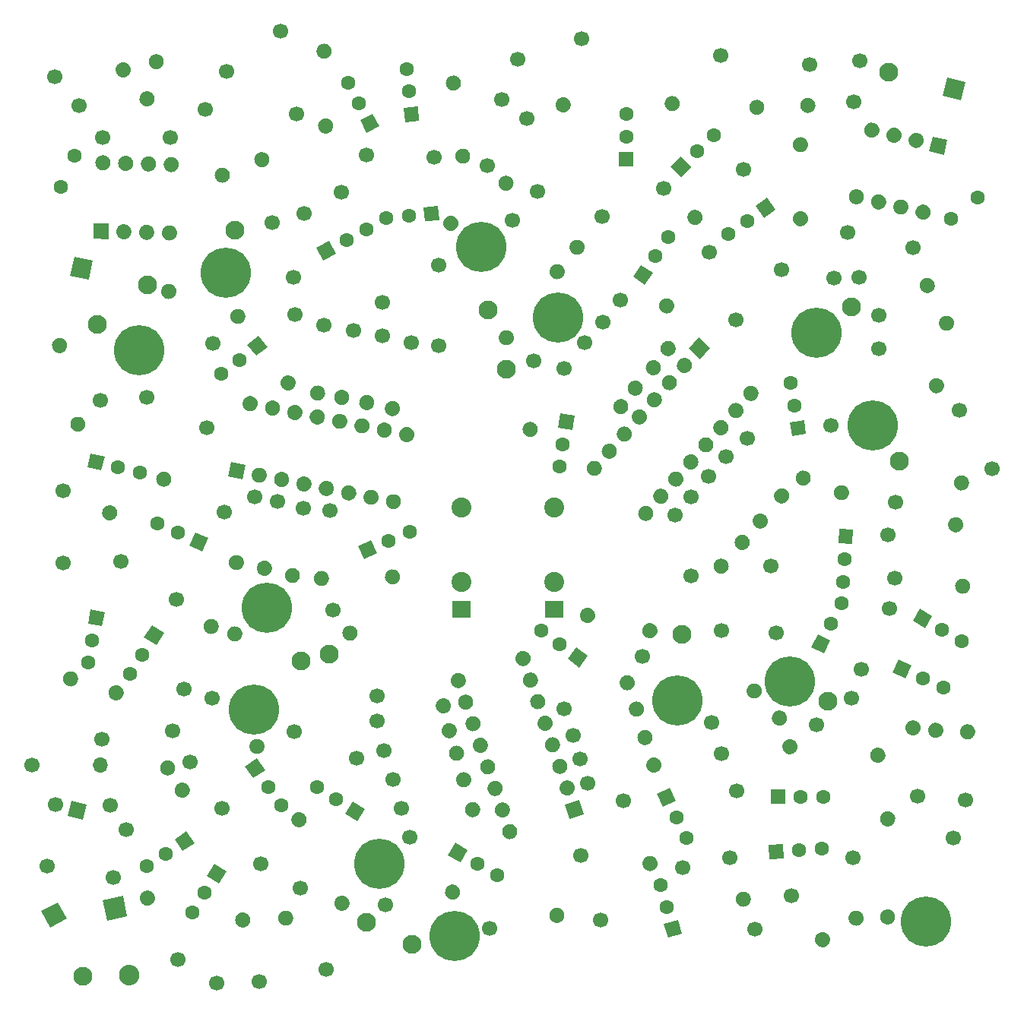
<source format=gbr>
%TF.GenerationSoftware,KiCad,Pcbnew,(5.1.6)-1*%
%TF.CreationDate,2020-10-31T12:28:38-05:00*%
%TF.ProjectId,Old Mr Grassi,4f6c6420-4d72-4204-9772-617373692e6b,rev?*%
%TF.SameCoordinates,Original*%
%TF.FileFunction,Soldermask,Bot*%
%TF.FilePolarity,Negative*%
%FSLAX46Y46*%
G04 Gerber Fmt 4.6, Leading zero omitted, Abs format (unit mm)*
G04 Created by KiCad (PCBNEW (5.1.6)-1) date 2020-10-31 12:28:38*
%MOMM*%
%LPD*%
G01*
G04 APERTURE LIST*
%ADD10C,5.600000*%
%ADD11C,1.600000*%
%ADD12C,0.100000*%
%ADD13C,2.100000*%
%ADD14C,1.700000*%
%ADD15C,2.230000*%
%ADD16R,2.030000X1.930000*%
%ADD17O,1.700000X1.700000*%
G04 APERTURE END LIST*
D10*
%TO.C,REF\u002A\u002A*%
X208150000Y-78840000D03*
%TD*%
%TO.C,REF\u002A\u002A*%
X182880000Y-130400000D03*
%TD*%
%TO.C,\u002A*%
X251800000Y-98750000D03*
%TD*%
%TO.C,REF\u002A\u002A*%
X230050000Y-129400000D03*
%TD*%
%TO.C,REF\u002A\u002A*%
X245480000Y-88470000D03*
%TD*%
%TO.C,REF\u002A\u002A*%
X216710000Y-86700000D03*
%TD*%
%TO.C,REF\u002A\u002A*%
X170080000Y-90400000D03*
%TD*%
D11*
%TO.C,REF\u002A\u002A*%
X260470000Y-75720000D03*
%TD*%
%TO.C,REF\u002A\u002A*%
X263420000Y-73330000D03*
%TD*%
%TO.C,REF\u002A\u002A*%
X162910000Y-68740000D03*
%TD*%
D10*
%TO.C,REF\u002A\u002A*%
X205170000Y-155670000D03*
%TD*%
%TO.C,REF\u002A\u002A*%
X179740000Y-81740000D03*
%TD*%
D12*
%TO.C,REF\u002A\u002A*%
G36*
X258452994Y-66550577D02*
G01*
X260109423Y-66932994D01*
X259727006Y-68589423D01*
X258070577Y-68207006D01*
X258452994Y-66550577D01*
G37*
G36*
G01*
X250142381Y-72452358D02*
X250142381Y-72452358D01*
G75*
G02*
X250779388Y-73471781I-191208J-828215D01*
G01*
X250779388Y-73471781D01*
G75*
G02*
X249759965Y-74108788I-828215J191208D01*
G01*
X249759965Y-74108788D01*
G75*
G02*
X249122958Y-73089365I191208J828215D01*
G01*
X249122958Y-73089365D01*
G75*
G02*
X250142381Y-72452358I828215J-191208D01*
G01*
G37*
G36*
G01*
X256806308Y-66170409D02*
X256806308Y-66170409D01*
G75*
G02*
X257443315Y-67189832I-191208J-828215D01*
G01*
X257443315Y-67189832D01*
G75*
G02*
X256423892Y-67826839I-828215J191208D01*
G01*
X256423892Y-67826839D01*
G75*
G02*
X255786885Y-66807416I191208J828215D01*
G01*
X255786885Y-66807416D01*
G75*
G02*
X256806308Y-66170409I828215J-191208D01*
G01*
G37*
G36*
G01*
X252617281Y-73023734D02*
X252617281Y-73023734D01*
G75*
G02*
X253254288Y-74043157I-191208J-828215D01*
G01*
X253254288Y-74043157D01*
G75*
G02*
X252234865Y-74680164I-828215J191208D01*
G01*
X252234865Y-74680164D01*
G75*
G02*
X251597858Y-73660741I191208J828215D01*
G01*
X251597858Y-73660741D01*
G75*
G02*
X252617281Y-73023734I828215J-191208D01*
G01*
G37*
G36*
G01*
X254331408Y-65599034D02*
X254331408Y-65599034D01*
G75*
G02*
X254968415Y-66618457I-191208J-828215D01*
G01*
X254968415Y-66618457D01*
G75*
G02*
X253948992Y-67255464I-828215J191208D01*
G01*
X253948992Y-67255464D01*
G75*
G02*
X253311985Y-66236041I191208J828215D01*
G01*
X253311985Y-66236041D01*
G75*
G02*
X254331408Y-65599034I828215J-191208D01*
G01*
G37*
G36*
G01*
X255092181Y-73595109D02*
X255092181Y-73595109D01*
G75*
G02*
X255729188Y-74614532I-191208J-828215D01*
G01*
X255729188Y-74614532D01*
G75*
G02*
X254709765Y-75251539I-828215J191208D01*
G01*
X254709765Y-75251539D01*
G75*
G02*
X254072758Y-74232116I191208J828215D01*
G01*
X254072758Y-74232116D01*
G75*
G02*
X255092181Y-73595109I828215J-191208D01*
G01*
G37*
G36*
G01*
X251856508Y-65027658D02*
X251856508Y-65027658D01*
G75*
G02*
X252493515Y-66047081I-191208J-828215D01*
G01*
X252493515Y-66047081D01*
G75*
G02*
X251474092Y-66684088I-828215J191208D01*
G01*
X251474092Y-66684088D01*
G75*
G02*
X250837085Y-65664665I191208J828215D01*
G01*
X250837085Y-65664665D01*
G75*
G02*
X251856508Y-65027658I828215J-191208D01*
G01*
G37*
G36*
G01*
X257567081Y-74166485D02*
X257567081Y-74166485D01*
G75*
G02*
X258204088Y-75185908I-191208J-828215D01*
G01*
X258204088Y-75185908D01*
G75*
G02*
X257184665Y-75822915I-828215J191208D01*
G01*
X257184665Y-75822915D01*
G75*
G02*
X256547658Y-74803492I191208J828215D01*
G01*
X256547658Y-74803492D01*
G75*
G02*
X257567081Y-74166485I828215J-191208D01*
G01*
G37*
%TD*%
D10*
%TO.C,REF\u002A\u002A*%
X184260000Y-119050000D03*
%TD*%
%TO.C,REF\u002A\u002A*%
X242540000Y-127300000D03*
%TD*%
%TO.C,REF\u002A\u002A*%
X196800000Y-147630000D03*
%TD*%
D11*
%TO.C,REF\u002A\u002A*%
X161360000Y-72160000D03*
%TD*%
D12*
%TO.C,REF\u002A\u002A*%
G36*
X162394638Y-82048748D02*
G01*
X162831252Y-79994638D01*
X164885362Y-80431252D01*
X164448748Y-82485362D01*
X162394638Y-82048748D01*
G37*
%TD*%
%TO.C,REF\u002A\u002A*%
G36*
G01*
X166007218Y-70342320D02*
X166007218Y-70342320D01*
G75*
G02*
X165179759Y-69470361I22250J849709D01*
G01*
X165179759Y-69470361D01*
G75*
G02*
X166051718Y-68642902I849709J-22250D01*
G01*
X166051718Y-68642902D01*
G75*
G02*
X166879177Y-69514861I-22250J-849709D01*
G01*
X166879177Y-69514861D01*
G75*
G02*
X166007218Y-70342320I-849709J22250D01*
G01*
G37*
G36*
G01*
X173425139Y-78159177D02*
X173425139Y-78159177D01*
G75*
G02*
X172597680Y-77287218I22250J849709D01*
G01*
X172597680Y-77287218D01*
G75*
G02*
X173469639Y-76459759I849709J-22250D01*
G01*
X173469639Y-76459759D01*
G75*
G02*
X174297098Y-77331718I-22250J-849709D01*
G01*
X174297098Y-77331718D01*
G75*
G02*
X173425139Y-78159177I-849709J22250D01*
G01*
G37*
G36*
G01*
X168546348Y-70408810D02*
X168546348Y-70408810D01*
G75*
G02*
X167718889Y-69536851I22250J849709D01*
G01*
X167718889Y-69536851D01*
G75*
G02*
X168590848Y-68709392I849709J-22250D01*
G01*
X168590848Y-68709392D01*
G75*
G02*
X169418307Y-69581351I-22250J-849709D01*
G01*
X169418307Y-69581351D01*
G75*
G02*
X168546348Y-70408810I-849709J22250D01*
G01*
G37*
G36*
G01*
X170886009Y-78092688D02*
X170886009Y-78092688D01*
G75*
G02*
X170058550Y-77220729I22250J849709D01*
G01*
X170058550Y-77220729D01*
G75*
G02*
X170930509Y-76393270I849709J-22250D01*
G01*
X170930509Y-76393270D01*
G75*
G02*
X171757968Y-77265229I-22250J-849709D01*
G01*
X171757968Y-77265229D01*
G75*
G02*
X170886009Y-78092688I-849709J22250D01*
G01*
G37*
G36*
G01*
X171085478Y-70475299D02*
X171085478Y-70475299D01*
G75*
G02*
X170258019Y-69603340I22250J849709D01*
G01*
X170258019Y-69603340D01*
G75*
G02*
X171129978Y-68775881I849709J-22250D01*
G01*
X171129978Y-68775881D01*
G75*
G02*
X171957437Y-69647840I-22250J-849709D01*
G01*
X171957437Y-69647840D01*
G75*
G02*
X171085478Y-70475299I-849709J22250D01*
G01*
G37*
G36*
G01*
X168346880Y-78026198D02*
X168346880Y-78026198D01*
G75*
G02*
X167519421Y-77154239I22250J849709D01*
G01*
X167519421Y-77154239D01*
G75*
G02*
X168391380Y-76326780I849709J-22250D01*
G01*
X168391380Y-76326780D01*
G75*
G02*
X169218839Y-77198739I-22250J-849709D01*
G01*
X169218839Y-77198739D01*
G75*
G02*
X168346880Y-78026198I-849709J22250D01*
G01*
G37*
G36*
G01*
X173624607Y-70541789D02*
X173624607Y-70541789D01*
G75*
G02*
X172797148Y-69669830I22250J849709D01*
G01*
X172797148Y-69669830D01*
G75*
G02*
X173669107Y-68842371I849709J-22250D01*
G01*
X173669107Y-68842371D01*
G75*
G02*
X174496566Y-69714330I-22250J-849709D01*
G01*
X174496566Y-69714330D01*
G75*
G02*
X173624607Y-70541789I-849709J22250D01*
G01*
G37*
G36*
X166657458Y-77981959D02*
G01*
X164958041Y-77937458D01*
X165002542Y-76238041D01*
X166701959Y-76282542D01*
X166657458Y-77981959D01*
G37*
%TD*%
D13*
%TO.C,REF\u002A\u002A*%
X230500000Y-122010000D03*
%TD*%
%TO.C,REF\u002A\u002A*%
X180750000Y-76990000D03*
%TD*%
D11*
%TO.C,REF\u002A\u002A*%
X247143136Y-120846843D03*
X248296272Y-118583687D03*
D12*
G36*
X247065998Y-122760387D02*
G01*
X246339613Y-124185998D01*
X244914002Y-123459613D01*
X245640387Y-122034002D01*
X247065998Y-122760387D01*
G37*
%TD*%
D13*
%TO.C,REF\u002A\u002A*%
X188140000Y-125030000D03*
%TD*%
D14*
%TO.C,REF\u002A\u002A*%
X231570000Y-106700000D03*
G36*
G01*
X236601091Y-111230014D02*
X236601091Y-111230014D01*
G75*
G02*
X237801525Y-111167102I631673J-568761D01*
G01*
X237801525Y-111167102D01*
G75*
G02*
X237864437Y-112367536I-568761J-631673D01*
G01*
X237864437Y-112367536D01*
G75*
G02*
X236664003Y-112430448I-631673J568761D01*
G01*
X236664003Y-112430448D01*
G75*
G02*
X236601091Y-111230014I568761J631673D01*
G01*
G37*
%TD*%
D13*
%TO.C,REF\u002A\u002A*%
X249360000Y-85550000D03*
%TD*%
%TO.C,REF\u002A\u002A*%
X191260000Y-124210000D03*
%TD*%
%TO.C,REF\u002A\u002A*%
X210980000Y-92500000D03*
%TD*%
%TO.C,REF\u002A\u002A*%
X195400000Y-154170000D03*
%TD*%
%TO.C,REF\u002A\u002A*%
X200440000Y-156550000D03*
%TD*%
%TO.C,REF\u002A\u002A*%
X254720000Y-102720000D03*
%TD*%
D14*
%TO.C,REF\u002A\u002A*%
X178320000Y-89620000D03*
G36*
G01*
X173923237Y-84472052D02*
X173923237Y-84472052D01*
G75*
G02*
X172724861Y-84377738I-552031J646345D01*
G01*
X172724861Y-84377738D01*
G75*
G02*
X172819175Y-83179362I646345J552031D01*
G01*
X172819175Y-83179362D01*
G75*
G02*
X174017551Y-83273676I552031J-646345D01*
G01*
X174017551Y-83273676D01*
G75*
G02*
X173923237Y-84472052I-646345J-552031D01*
G01*
G37*
%TD*%
%TO.C,REF\u002A\u002A*%
G36*
G01*
X245192052Y-62546763D02*
X245192052Y-62546763D01*
G75*
G02*
X245097738Y-63745139I-646345J-552031D01*
G01*
X245097738Y-63745139D01*
G75*
G02*
X243899362Y-63650825I-552031J646345D01*
G01*
X243899362Y-63650825D01*
G75*
G02*
X243993676Y-62452449I646345J552031D01*
G01*
X243993676Y-62452449D01*
G75*
G02*
X245192052Y-62546763I552031J-646345D01*
G01*
G37*
X250340000Y-58150000D03*
%TD*%
D13*
%TO.C,REF\u002A\u002A*%
X246770000Y-129540000D03*
%TD*%
%TO.C,REF\u002A\u002A*%
X208920000Y-85870000D03*
%TD*%
%TO.C,REF\u002A\u002A*%
X165440000Y-87480000D03*
%TD*%
%TO.C,REF\u002A\u002A*%
G36*
G01*
X228385156Y-89588705D02*
X228385156Y-89588705D01*
G75*
G02*
X229587192Y-89599195I595773J-606263D01*
G01*
X229587192Y-89599195D01*
G75*
G02*
X229576702Y-90801231I-606263J-595773D01*
G01*
X229576702Y-90801231D01*
G75*
G02*
X228374666Y-90790741I-595773J606263D01*
G01*
X228374666Y-90790741D01*
G75*
G02*
X228385156Y-89588705I606263J595773D01*
G01*
G37*
D14*
X223640000Y-84760000D03*
%TD*%
%TO.C,REF\u002A\u002A*%
X221680000Y-87230000D03*
G36*
G01*
X226711091Y-91760014D02*
X226711091Y-91760014D01*
G75*
G02*
X227911525Y-91697102I631673J-568761D01*
G01*
X227911525Y-91697102D01*
G75*
G02*
X227974437Y-92897536I-568761J-631673D01*
G01*
X227974437Y-92897536D01*
G75*
G02*
X226774003Y-92960448I-631673J568761D01*
G01*
X226774003Y-92960448D01*
G75*
G02*
X226711091Y-91760014I568761J631673D01*
G01*
G37*
%TD*%
%TO.C,REF\u002A\u002A*%
G36*
G01*
X224691091Y-94040014D02*
X224691091Y-94040014D01*
G75*
G02*
X225891525Y-93977102I631673J-568761D01*
G01*
X225891525Y-93977102D01*
G75*
G02*
X225954437Y-95177536I-568761J-631673D01*
G01*
X225954437Y-95177536D01*
G75*
G02*
X224754003Y-95240448I-631673J568761D01*
G01*
X224754003Y-95240448D01*
G75*
G02*
X224691091Y-94040014I568761J631673D01*
G01*
G37*
X219660000Y-89510000D03*
%TD*%
%TO.C,REF\u002A\u002A*%
G36*
G01*
X234320014Y-113811091D02*
X234320014Y-113811091D01*
G75*
G02*
X235520448Y-113874003I568761J-631673D01*
G01*
X235520448Y-113874003D01*
G75*
G02*
X235457536Y-115074437I-631673J-568761D01*
G01*
X235457536Y-115074437D01*
G75*
G02*
X234257102Y-115011525I-568761J631673D01*
G01*
X234257102Y-115011525D01*
G75*
G02*
X234320014Y-113811091I631673J568761D01*
G01*
G37*
X229790000Y-108780000D03*
%TD*%
%TO.C,REF\u002A\u002A*%
X217400000Y-92410000D03*
G36*
G01*
X223012584Y-96195736D02*
X223012584Y-96195736D01*
G75*
G02*
X224192580Y-95966368I704682J-475314D01*
G01*
X224192580Y-95966368D01*
G75*
G02*
X224421948Y-97146364I-475314J-704682D01*
G01*
X224421948Y-97146364D01*
G75*
G02*
X223241952Y-97375732I-704682J475314D01*
G01*
X223241952Y-97375732D01*
G75*
G02*
X223012584Y-96195736I475314J704682D01*
G01*
G37*
%TD*%
%TO.C,REF\u002A\u002A*%
X235390000Y-102250000D03*
G36*
G01*
X240935660Y-106133112D02*
X240935660Y-106133112D01*
G75*
G02*
X242119479Y-105924373I696279J-487540D01*
G01*
X242119479Y-105924373D01*
G75*
G02*
X242328218Y-107108192I-487540J-696279D01*
G01*
X242328218Y-107108192D01*
G75*
G02*
X241144399Y-107316931I-696279J487540D01*
G01*
X241144399Y-107316931D01*
G75*
G02*
X240935660Y-106133112I487540J696279D01*
G01*
G37*
%TD*%
%TO.C,REF\u002A\u002A*%
X231530000Y-115550000D03*
G36*
G01*
X227455713Y-120956763D02*
X227455713Y-120956763D01*
G75*
G02*
X227623010Y-122147146I-511543J-678840D01*
G01*
X227623010Y-122147146D01*
G75*
G02*
X226432627Y-122314443I-678840J511543D01*
G01*
X226432627Y-122314443D01*
G75*
G02*
X226265330Y-121124060I511543J678840D01*
G01*
X226265330Y-121124060D01*
G75*
G02*
X227455713Y-120956763I678840J-511543D01*
G01*
G37*
%TD*%
%TO.C,REF\u002A\u002A*%
G36*
G01*
X220683237Y-120445713D02*
X220683237Y-120445713D01*
G75*
G02*
X219492854Y-120613010I-678840J511543D01*
G01*
X219492854Y-120613010D01*
G75*
G02*
X219325557Y-119422627I511543J678840D01*
G01*
X219325557Y-119422627D01*
G75*
G02*
X220515940Y-119255330I678840J-511543D01*
G01*
X220515940Y-119255330D01*
G75*
G02*
X220683237Y-120445713I-511543J-678840D01*
G01*
G37*
X226090000Y-124520000D03*
%TD*%
%TO.C,REF\u002A\u002A*%
G36*
G01*
X184178223Y-113845616D02*
X184178223Y-113845616D01*
G75*
G02*
X184850418Y-114842187I-162188J-834383D01*
G01*
X184850418Y-114842187D01*
G75*
G02*
X183853847Y-115514382I-834383J162188D01*
G01*
X183853847Y-115514382D01*
G75*
G02*
X183181652Y-114517811I162188J834383D01*
G01*
X183181652Y-114517811D01*
G75*
G02*
X184178223Y-113845616I834383J-162188D01*
G01*
G37*
X185470000Y-107200000D03*
%TD*%
%TO.C,REF\u002A\u002A*%
X188390000Y-107970000D03*
G36*
G01*
X187272627Y-114647153D02*
X187272627Y-114647153D01*
G75*
G02*
X187970680Y-115625786I-140290J-838343D01*
G01*
X187970680Y-115625786D01*
G75*
G02*
X186992047Y-116323839I-838343J140290D01*
G01*
X186992047Y-116323839D01*
G75*
G02*
X186293994Y-115345206I140290J838343D01*
G01*
X186293994Y-115345206D01*
G75*
G02*
X187272627Y-114647153I838343J-140290D01*
G01*
G37*
%TD*%
%TO.C,REF\u002A\u002A*%
G36*
G01*
X190476337Y-114972082D02*
X190476337Y-114972082D01*
G75*
G02*
X191208118Y-115925757I-110947J-842728D01*
G01*
X191208118Y-115925757D01*
G75*
G02*
X190254443Y-116657538I-842728J110947D01*
G01*
X190254443Y-116657538D01*
G75*
G02*
X189522662Y-115703863I110947J842728D01*
G01*
X189522662Y-115703863D01*
G75*
G02*
X190476337Y-114972082I842728J-110947D01*
G01*
G37*
X191360000Y-108260000D03*
%TD*%
%TO.C,REF\u002A\u002A*%
X190670000Y-87570000D03*
G36*
G01*
X190021124Y-94308832D02*
X190021124Y-94308832D01*
G75*
G02*
X190785742Y-95236388I-81469J-846087D01*
G01*
X190785742Y-95236388D01*
G75*
G02*
X189858186Y-96001006I-846087J81469D01*
G01*
X189858186Y-96001006D01*
G75*
G02*
X189093568Y-95073450I81469J846087D01*
G01*
X189093568Y-95073450D01*
G75*
G02*
X190021124Y-94308832I846087J-81469D01*
G01*
G37*
%TD*%
%TO.C,REF\u002A\u002A*%
G36*
G01*
X243341562Y-104141359D02*
X243341562Y-104141359D01*
G75*
G02*
X244527158Y-103942959I691998J-493598D01*
G01*
X244527158Y-103942959D01*
G75*
G02*
X244725558Y-105128555I-493598J-691998D01*
G01*
X244725558Y-105128555D01*
G75*
G02*
X243539962Y-105326955I-691998J493598D01*
G01*
X243539962Y-105326955D01*
G75*
G02*
X243341562Y-104141359I493598J691998D01*
G01*
G37*
X237830000Y-100210000D03*
%TD*%
%TO.C,REF\u002A\u002A*%
X197130000Y-88780000D03*
G36*
G01*
X195607081Y-95376485D02*
X195607081Y-95376485D01*
G75*
G02*
X196244088Y-96395908I-191208J-828215D01*
G01*
X196244088Y-96395908D01*
G75*
G02*
X195224665Y-97032915I-828215J191208D01*
G01*
X195224665Y-97032915D01*
G75*
G02*
X194587658Y-96013492I191208J828215D01*
G01*
X194587658Y-96013492D01*
G75*
G02*
X195607081Y-95376485I828215J-191208D01*
G01*
G37*
%TD*%
%TO.C,REF\u002A\u002A*%
G36*
G01*
X192784402Y-94817148D02*
X192784402Y-94817148D01*
G75*
G02*
X193473888Y-95801836I-147601J-837087D01*
G01*
X193473888Y-95801836D01*
G75*
G02*
X192489200Y-96491322I-837087J147601D01*
G01*
X192489200Y-96491322D01*
G75*
G02*
X191799714Y-95506634I147601J837087D01*
G01*
X191799714Y-95506634D01*
G75*
G02*
X192784402Y-94817148I837087J-147601D01*
G01*
G37*
X193960000Y-88150000D03*
%TD*%
%TO.C,REF\u002A\u002A*%
G36*
G01*
X186741124Y-93178832D02*
X186741124Y-93178832D01*
G75*
G02*
X187505742Y-94106388I-81469J-846087D01*
G01*
X187505742Y-94106388D01*
G75*
G02*
X186578186Y-94871006I-846087J81469D01*
G01*
X186578186Y-94871006D01*
G75*
G02*
X185813568Y-93943450I81469J846087D01*
G01*
X185813568Y-93943450D01*
G75*
G02*
X186741124Y-93178832I846087J-81469D01*
G01*
G37*
X187390000Y-86440000D03*
%TD*%
%TO.C,REF\u002A\u002A*%
G36*
G01*
X238597948Y-108866763D02*
X238597948Y-108866763D01*
G75*
G02*
X239796324Y-108772449I646345J-552031D01*
G01*
X239796324Y-108772449D01*
G75*
G02*
X239890638Y-109970825I-552031J-646345D01*
G01*
X239890638Y-109970825D01*
G75*
G02*
X238692262Y-110065139I-646345J552031D01*
G01*
X238692262Y-110065139D01*
G75*
G02*
X238597948Y-108866763I552031J646345D01*
G01*
G37*
X233450000Y-104470000D03*
%TD*%
%TO.C,REF\u002A\u002A*%
G36*
G01*
X198513935Y-96067742D02*
X198513935Y-96067742D01*
G75*
G02*
X199096715Y-97119106I-234292J-817072D01*
G01*
X199096715Y-97119106D01*
G75*
G02*
X198045351Y-97701886I-817072J234292D01*
G01*
X198045351Y-97701886D01*
G75*
G02*
X197462571Y-96650522I234292J817072D01*
G01*
X197462571Y-96650522D01*
G75*
G02*
X198513935Y-96067742I817072J-234292D01*
G01*
G37*
X200380000Y-89560000D03*
%TD*%
%TO.C,REF\u002A\u002A*%
X187290000Y-82240000D03*
G36*
G01*
X181744340Y-86123112D02*
X181744340Y-86123112D01*
G75*
G02*
X181535601Y-87306931I-696279J-487540D01*
G01*
X181535601Y-87306931D01*
G75*
G02*
X180351782Y-87098192I-487540J696279D01*
G01*
X180351782Y-87098192D01*
G75*
G02*
X180560521Y-85914373I696279J487540D01*
G01*
X180560521Y-85914373D01*
G75*
G02*
X181744340Y-86123112I487540J-696279D01*
G01*
G37*
%TD*%
%TO.C,REF\u002A\u002A*%
X182930000Y-106700000D03*
G36*
G01*
X181120797Y-113223778D02*
X181120797Y-113223778D01*
G75*
G02*
X181712730Y-114270017I-227153J-819086D01*
G01*
X181712730Y-114270017D01*
G75*
G02*
X180666491Y-114861950I-819086J227153D01*
G01*
X180666491Y-114861950D01*
G75*
G02*
X180074558Y-113815711I227153J819086D01*
G01*
X180074558Y-113815711D01*
G75*
G02*
X181120797Y-113223778I819086J-227153D01*
G01*
G37*
%TD*%
%TO.C,REF\u002A\u002A*%
X163360000Y-63100000D03*
G36*
G01*
X170098832Y-62451124D02*
X170098832Y-62451124D01*
G75*
G02*
X170863450Y-61523568I846087J81469D01*
G01*
X170863450Y-61523568D01*
G75*
G02*
X171791006Y-62288186I81469J-846087D01*
G01*
X171791006Y-62288186D01*
G75*
G02*
X171026388Y-63215742I-846087J-81469D01*
G01*
X171026388Y-63215742D01*
G75*
G02*
X170098832Y-62451124I-81469J846087D01*
G01*
G37*
%TD*%
%TO.C,REF\u002A\u002A*%
G36*
G01*
X167448832Y-59221124D02*
X167448832Y-59221124D01*
G75*
G02*
X168213450Y-58293568I846087J81469D01*
G01*
X168213450Y-58293568D01*
G75*
G02*
X169141006Y-59058186I81469J-846087D01*
G01*
X169141006Y-59058186D01*
G75*
G02*
X168376388Y-59985742I-846087J-81469D01*
G01*
X168376388Y-59985742D01*
G75*
G02*
X167448832Y-59221124I-81469J846087D01*
G01*
G37*
X160710000Y-59870000D03*
%TD*%
%TO.C,REF\u002A\u002A*%
X187560000Y-64020000D03*
G36*
G01*
X190313607Y-57835298D02*
X190313607Y-57835298D01*
G75*
G02*
X189882819Y-56713058I345726J776514D01*
G01*
X189882819Y-56713058D01*
G75*
G02*
X191005059Y-56282270I776514J-345726D01*
G01*
X191005059Y-56282270D01*
G75*
G02*
X191435847Y-57404510I-345726J-776514D01*
G01*
X191435847Y-57404510D01*
G75*
G02*
X190313607Y-57835298I-776514J345726D01*
G01*
G37*
%TD*%
%TO.C,REF\u002A\u002A*%
G36*
G01*
X172581295Y-58824844D02*
X172581295Y-58824844D01*
G75*
G02*
X171379259Y-58835334I-606263J595773D01*
G01*
X171379259Y-58835334D01*
G75*
G02*
X171368769Y-57633298I595773J606263D01*
G01*
X171368769Y-57633298D01*
G75*
G02*
X172570805Y-57622808I606263J-595773D01*
G01*
X172570805Y-57622808D01*
G75*
G02*
X172581295Y-58824844I-595773J-606263D01*
G01*
G37*
X177410000Y-63570000D03*
%TD*%
%TO.C,REF\u002A\u002A*%
X184860000Y-76120000D03*
G36*
G01*
X179949215Y-71459839D02*
X179949215Y-71459839D01*
G75*
G02*
X178747546Y-71491306I-616568J585101D01*
G01*
X178747546Y-71491306D01*
G75*
G02*
X178716079Y-70289637I585101J616568D01*
G01*
X178716079Y-70289637D01*
G75*
G02*
X179917748Y-70258170I616568J-585101D01*
G01*
X179917748Y-70258170D01*
G75*
G02*
X179949215Y-71459839I-585101J-616568D01*
G01*
G37*
%TD*%
%TO.C,REF\u002A\u002A*%
X254350000Y-107330000D03*
G36*
G01*
X260841209Y-105407216D02*
X260841209Y-105407216D01*
G75*
G02*
X261414793Y-104350806I814997J241413D01*
G01*
X261414793Y-104350806D01*
G75*
G02*
X262471203Y-104924390I241413J-814997D01*
G01*
X262471203Y-104924390D01*
G75*
G02*
X261897619Y-105980800I-814997J-241413D01*
G01*
X261897619Y-105980800D01*
G75*
G02*
X260841209Y-105407216I-241413J814997D01*
G01*
G37*
%TD*%
%TO.C,REF\u002A\u002A*%
X214010000Y-91600000D03*
G36*
G01*
X213655686Y-98360722D02*
X213655686Y-98360722D01*
G75*
G02*
X214460035Y-99254043I-44486J-848835D01*
G01*
X214460035Y-99254043D01*
G75*
G02*
X213566714Y-100058392I-848835J44486D01*
G01*
X213566714Y-100058392D01*
G75*
G02*
X212762365Y-99165071I44486J848835D01*
G01*
X212762365Y-99165071D01*
G75*
G02*
X213655686Y-98360722I848835J-44486D01*
G01*
G37*
%TD*%
%TO.C,REF\u002A\u002A*%
X211630000Y-75870000D03*
G36*
G01*
X216071520Y-80979384D02*
X216071520Y-80979384D01*
G75*
G02*
X217270673Y-81063237I557650J-641503D01*
G01*
X217270673Y-81063237D01*
G75*
G02*
X217186820Y-82262390I-641503J-557650D01*
G01*
X217186820Y-82262390D01*
G75*
G02*
X215987667Y-82178537I-557650J641503D01*
G01*
X215987667Y-82178537D01*
G75*
G02*
X216071520Y-80979384I641503J557650D01*
G01*
G37*
%TD*%
%TO.C,REF\u002A\u002A*%
X233560000Y-79480000D03*
G36*
G01*
X229345575Y-84778257D02*
X229345575Y-84778257D01*
G75*
G02*
X229481655Y-85972611I-529137J-665217D01*
G01*
X229481655Y-85972611D01*
G75*
G02*
X228287301Y-86108691I-665217J529137D01*
G01*
X228287301Y-86108691D01*
G75*
G02*
X228151221Y-84914337I529137J665217D01*
G01*
X228151221Y-84914337D01*
G75*
G02*
X229345575Y-84778257I665217J-529137D01*
G01*
G37*
%TD*%
%TO.C,REF\u002A\u002A*%
G36*
G01*
X184265575Y-69811743D02*
X184265575Y-69811743D01*
G75*
G02*
X183071221Y-69675663I-529137J665217D01*
G01*
X183071221Y-69675663D01*
G75*
G02*
X183207301Y-68481309I665217J529137D01*
G01*
X183207301Y-68481309D01*
G75*
G02*
X184401655Y-68617389I529137J-665217D01*
G01*
X184401655Y-68617389D01*
G75*
G02*
X184265575Y-69811743I-665217J-529137D01*
G01*
G37*
X188480000Y-75110000D03*
%TD*%
%TO.C,REF\u002A\u002A*%
X192620000Y-72800000D03*
G36*
G01*
X191039575Y-66217055D02*
X191039575Y-66217055D01*
G75*
G02*
X190014632Y-65588970I-198429J826514D01*
G01*
X190014632Y-65588970D01*
G75*
G02*
X190642717Y-64564027I826514J198429D01*
G01*
X190642717Y-64564027D01*
G75*
G02*
X191667660Y-65192112I198429J-826514D01*
G01*
X191667660Y-65192112D01*
G75*
G02*
X191039575Y-66217055I-826514J-198429D01*
G01*
G37*
%TD*%
%TO.C,REF\u002A\u002A*%
G36*
G01*
X205232446Y-75521285D02*
X205232446Y-75521285D01*
G75*
G02*
X205502856Y-76692557I-450431J-720841D01*
G01*
X205502856Y-76692557D01*
G75*
G02*
X204331584Y-76962967I-720841J450431D01*
G01*
X204331584Y-76962967D01*
G75*
G02*
X204061174Y-75791695I450431J720841D01*
G01*
X204061174Y-75791695D01*
G75*
G02*
X205232446Y-75521285I720841J-450431D01*
G01*
G37*
X208820000Y-69780000D03*
%TD*%
%TO.C,REF\u002A\u002A*%
X212210000Y-57940000D03*
G36*
G01*
X205868729Y-60310904D02*
X205868729Y-60310904D01*
G75*
G02*
X205370234Y-61404751I-796171J-297676D01*
G01*
X205370234Y-61404751D01*
G75*
G02*
X204276387Y-60906256I-297676J796171D01*
G01*
X204276387Y-60906256D01*
G75*
G02*
X204774882Y-59812409I796171J297676D01*
G01*
X204774882Y-59812409D01*
G75*
G02*
X205868729Y-60310904I297676J-796171D01*
G01*
G37*
%TD*%
%TO.C,REF\u002A\u002A*%
X213280000Y-64530000D03*
G36*
G01*
X211187955Y-70968653D02*
X211187955Y-70968653D01*
G75*
G02*
X211733689Y-72039715I-262664J-808398D01*
G01*
X211733689Y-72039715D01*
G75*
G02*
X210662627Y-72585449I-808398J262664D01*
G01*
X210662627Y-72585449D01*
G75*
G02*
X210116893Y-71514387I262664J808398D01*
G01*
X210116893Y-71514387D01*
G75*
G02*
X211187955Y-70968653I808398J-262664D01*
G01*
G37*
%TD*%
%TO.C,REF\u002A\u002A*%
G36*
G01*
X210126482Y-89083615D02*
X210126482Y-89083615D01*
G75*
G02*
X210874795Y-88142856I844536J96223D01*
G01*
X210874795Y-88142856D01*
G75*
G02*
X211815554Y-88891169I96223J-844536D01*
G01*
X211815554Y-88891169D01*
G75*
G02*
X211067241Y-89831928I-844536J-96223D01*
G01*
X211067241Y-89831928D01*
G75*
G02*
X210126482Y-89083615I-96223J844536D01*
G01*
G37*
X203400000Y-89850000D03*
%TD*%
%TO.C,REF\u002A\u002A*%
G36*
G01*
X218351359Y-78211562D02*
X218351359Y-78211562D01*
G75*
G02*
X219536955Y-78409962I493598J-691998D01*
G01*
X219536955Y-78409962D01*
G75*
G02*
X219338555Y-79595558I-691998J-493598D01*
G01*
X219338555Y-79595558D01*
G75*
G02*
X218152959Y-79397158I-493598J691998D01*
G01*
X218152959Y-79397158D01*
G75*
G02*
X218351359Y-78211562I691998J493598D01*
G01*
G37*
X214420000Y-72700000D03*
%TD*%
%TO.C,REF\u002A\u002A*%
G36*
G01*
X217520797Y-62223778D02*
X217520797Y-62223778D01*
G75*
G02*
X218112730Y-63270017I-227153J-819086D01*
G01*
X218112730Y-63270017D01*
G75*
G02*
X217066491Y-63861950I-819086J227153D01*
G01*
X217066491Y-63861950D01*
G75*
G02*
X216474558Y-62815711I227153J819086D01*
G01*
X216474558Y-62815711D01*
G75*
G02*
X217520797Y-62223778I819086J-227153D01*
G01*
G37*
X219330000Y-55700000D03*
%TD*%
%TO.C,REF\u002A\u002A*%
X234830000Y-57510000D03*
G36*
G01*
X230042887Y-62297113D02*
X230042887Y-62297113D01*
G75*
G02*
X230042887Y-63499195I-601041J-601041D01*
G01*
X230042887Y-63499195D01*
G75*
G02*
X228840805Y-63499195I-601041J601041D01*
G01*
X228840805Y-63499195D01*
G75*
G02*
X228840805Y-62297113I601041J601041D01*
G01*
X228840805Y-62297113D01*
G75*
G02*
X230042887Y-62297113I601041J-601041D01*
G01*
G37*
%TD*%
%TO.C,REF\u002A\u002A*%
G36*
G01*
X239518722Y-62780499D02*
X239518722Y-62780499D01*
G75*
G02*
X239393070Y-63975995I-660574J-534922D01*
G01*
X239393070Y-63975995D01*
G75*
G02*
X238197574Y-63850343I-534922J660574D01*
G01*
X238197574Y-63850343D01*
G75*
G02*
X238323226Y-62654847I660574J534922D01*
G01*
X238323226Y-62654847D01*
G75*
G02*
X239518722Y-62780499I534922J-660574D01*
G01*
G37*
X244780000Y-58520000D03*
%TD*%
%TO.C,REF\u002A\u002A*%
X249680000Y-62730000D03*
G36*
G01*
X244381743Y-66944425D02*
X244381743Y-66944425D01*
G75*
G02*
X244245663Y-68138779I-665217J-529137D01*
G01*
X244245663Y-68138779D01*
G75*
G02*
X243051309Y-68002699I-529137J665217D01*
G01*
X243051309Y-68002699D01*
G75*
G02*
X243187389Y-66808345I665217J529137D01*
G01*
X243187389Y-66808345D01*
G75*
G02*
X244381743Y-66944425I529137J-665217D01*
G01*
G37*
%TD*%
%TO.C,REF\u002A\u002A*%
G36*
G01*
X244146292Y-76467692D02*
X244146292Y-76467692D01*
G75*
G02*
X242987930Y-76146450I-418560J739802D01*
G01*
X242987930Y-76146450D01*
G75*
G02*
X243309172Y-74988088I739802J418560D01*
G01*
X243309172Y-74988088D01*
G75*
G02*
X244467534Y-75309330I418560J-739802D01*
G01*
X244467534Y-75309330D01*
G75*
G02*
X244146292Y-76467692I-739802J-418560D01*
G01*
G37*
X247480000Y-82360000D03*
%TD*%
%TO.C,REF\u002A\u002A*%
G36*
G01*
X206585429Y-68049335D02*
X206585429Y-68049335D01*
G75*
G02*
X206804491Y-69231287I-481445J-700507D01*
G01*
X206804491Y-69231287D01*
G75*
G02*
X205622539Y-69450349I-700507J481445D01*
G01*
X205622539Y-69450349D01*
G75*
G02*
X205403477Y-68268397I481445J700507D01*
G01*
X205403477Y-68268397D01*
G75*
G02*
X206585429Y-68049335I700507J-481445D01*
G01*
G37*
X210420000Y-62470000D03*
%TD*%
%TO.C,REF\u002A\u002A*%
X250280000Y-82240000D03*
G36*
G01*
X256999538Y-83065055D02*
X256999538Y-83065055D01*
G75*
G02*
X257946791Y-82324980I843664J-103589D01*
G01*
X257946791Y-82324980D01*
G75*
G02*
X258686866Y-83272233I-103589J-843664D01*
G01*
X258686866Y-83272233D01*
G75*
G02*
X257739613Y-84012308I-843664J103589D01*
G01*
X257739613Y-84012308D01*
G75*
G02*
X256999538Y-83065055I103589J843664D01*
G01*
G37*
%TD*%
%TO.C,REF\u002A\u002A*%
G36*
G01*
X259149538Y-87275055D02*
X259149538Y-87275055D01*
G75*
G02*
X260096791Y-86534980I843664J-103589D01*
G01*
X260096791Y-86534980D01*
G75*
G02*
X260836866Y-87482233I-103589J-843664D01*
G01*
X260836866Y-87482233D01*
G75*
G02*
X259889613Y-88222308I-843664J103589D01*
G01*
X259889613Y-88222308D01*
G75*
G02*
X259149538Y-87275055I103589J843664D01*
G01*
G37*
X252430000Y-86450000D03*
%TD*%
%TO.C,REF\u002A\u002A*%
X252440000Y-90240000D03*
G36*
G01*
X258149760Y-93877518D02*
X258149760Y-93877518D01*
G75*
G02*
X259323348Y-93617340I716883J-456705D01*
G01*
X259323348Y-93617340D01*
G75*
G02*
X259583526Y-94790928I-456705J-716883D01*
G01*
X259583526Y-94790928D01*
G75*
G02*
X258409938Y-95051106I-716883J456705D01*
G01*
X258409938Y-95051106D01*
G75*
G02*
X258149760Y-93877518I456705J716883D01*
G01*
G37*
%TD*%
%TO.C,REF\u002A\u002A*%
G36*
G01*
X232572887Y-74977113D02*
X232572887Y-74977113D01*
G75*
G02*
X232572887Y-76179195I-601041J-601041D01*
G01*
X232572887Y-76179195D01*
G75*
G02*
X231370805Y-76179195I-601041J601041D01*
G01*
X231370805Y-76179195D01*
G75*
G02*
X231370805Y-74977113I601041J601041D01*
G01*
X231370805Y-74977113D01*
G75*
G02*
X232572887Y-74977113I601041J-601041D01*
G01*
G37*
X237360000Y-70190000D03*
%TD*%
%TO.C,REF\u002A\u002A*%
G36*
G01*
X248149062Y-105416650D02*
X248149062Y-105416650D01*
G75*
G02*
X249121566Y-106123216I132969J-839535D01*
G01*
X249121566Y-106123216D01*
G75*
G02*
X248415000Y-107095720I-839535J-132969D01*
G01*
X248415000Y-107095720D01*
G75*
G02*
X247442496Y-106389154I-132969J839535D01*
G01*
X247442496Y-106389154D01*
G75*
G02*
X248149062Y-105416650I839535J132969D01*
G01*
G37*
X247090000Y-98730000D03*
%TD*%
%TO.C,REF\u002A\u002A*%
X254230000Y-115750000D03*
G36*
G01*
X260949538Y-116575055D02*
X260949538Y-116575055D01*
G75*
G02*
X261896791Y-115834980I843664J-103589D01*
G01*
X261896791Y-115834980D01*
G75*
G02*
X262636866Y-116782233I-103589J-843664D01*
G01*
X262636866Y-116782233D01*
G75*
G02*
X261689613Y-117522308I-843664J103589D01*
G01*
X261689613Y-117522308D01*
G75*
G02*
X260949538Y-116575055I103589J843664D01*
G01*
G37*
%TD*%
%TO.C,REF\u002A\u002A*%
G36*
G01*
X255490503Y-132104561D02*
X255490503Y-132104561D01*
G75*
G02*
X256623634Y-131703298I767197J-365934D01*
G01*
X256623634Y-131703298D01*
G75*
G02*
X257024897Y-132836429I-365934J-767197D01*
G01*
X257024897Y-132836429D01*
G75*
G02*
X255891766Y-133237692I-767197J365934D01*
G01*
X255891766Y-133237692D01*
G75*
G02*
X255490503Y-132104561I365934J767197D01*
G01*
G37*
X249380000Y-129190000D03*
%TD*%
%TO.C,REF\u002A\u002A*%
G36*
G01*
X238170365Y-127609591D02*
X238170365Y-127609591D01*
G75*
G02*
X239322945Y-127951001I405585J-746995D01*
G01*
X239322945Y-127951001D01*
G75*
G02*
X238981535Y-129103581I-746995J-405585D01*
G01*
X238981535Y-129103581D01*
G75*
G02*
X237828955Y-128762171I-405585J746995D01*
G01*
X237828955Y-128762171D01*
G75*
G02*
X238170365Y-127609591I746995J405585D01*
G01*
G37*
X234940000Y-121660000D03*
%TD*%
%TO.C,REF\u002A\u002A*%
G36*
G01*
X241698832Y-134651124D02*
X241698832Y-134651124D01*
G75*
G02*
X242463450Y-133723568I846087J81469D01*
G01*
X242463450Y-133723568D01*
G75*
G02*
X243391006Y-134488186I81469J-846087D01*
G01*
X243391006Y-134488186D01*
G75*
G02*
X242626388Y-135415742I-846087J-81469D01*
G01*
X242626388Y-135415742D01*
G75*
G02*
X241698832Y-134651124I-81469J846087D01*
G01*
G37*
X234960000Y-135300000D03*
%TD*%
%TO.C,REF\u002A\u002A*%
X223990000Y-140570000D03*
G36*
G01*
X226635250Y-146801818D02*
X226635250Y-146801818D01*
G75*
G02*
X227749800Y-147252126I332121J-782429D01*
G01*
X227749800Y-147252126D01*
G75*
G02*
X227299492Y-148366676I-782429J-332121D01*
G01*
X227299492Y-148366676D01*
G75*
G02*
X226184942Y-147916368I-332121J782429D01*
G01*
X226184942Y-147916368D01*
G75*
G02*
X226635250Y-146801818I782429J332121D01*
G01*
G37*
%TD*%
%TO.C,REF\u002A\u002A*%
X245520000Y-132120000D03*
G36*
G01*
X251578706Y-135140759D02*
X251578706Y-135140759D01*
G75*
G02*
X252718668Y-134759333I760694J-379268D01*
G01*
X252718668Y-134759333D01*
G75*
G02*
X253100094Y-135899295I-379268J-760694D01*
G01*
X253100094Y-135899295D01*
G75*
G02*
X251960132Y-136280721I-760694J379268D01*
G01*
X251960132Y-136280721D01*
G75*
G02*
X251578706Y-135140759I379268J760694D01*
G01*
G37*
%TD*%
%TO.C,REF\u002A\u002A*%
X242710000Y-151200000D03*
G36*
G01*
X249111161Y-153404096D02*
X249111161Y-153404096D01*
G75*
G02*
X250191585Y-152877138I803691J-276733D01*
G01*
X250191585Y-152877138D01*
G75*
G02*
X250718543Y-153957562I-276733J-803691D01*
G01*
X250718543Y-153957562D01*
G75*
G02*
X249638119Y-154484520I-803691J276733D01*
G01*
X249638119Y-154484520D01*
G75*
G02*
X249111161Y-153404096I276733J803691D01*
G01*
G37*
%TD*%
%TO.C,REF\u002A\u002A*%
G36*
G01*
X236605064Y-151166038D02*
X236605064Y-151166038D01*
G75*
G02*
X237751509Y-150804565I753959J-392486D01*
G01*
X237751509Y-150804565D01*
G75*
G02*
X238112982Y-151951010I-392486J-753959D01*
G01*
X238112982Y-151951010D01*
G75*
G02*
X236966537Y-152312483I-753959J392486D01*
G01*
X236966537Y-152312483D01*
G75*
G02*
X236605064Y-151166038I392486J753959D01*
G01*
G37*
X230600000Y-148040000D03*
%TD*%
%TO.C,REF\u002A\u002A*%
X233780000Y-131910000D03*
G36*
G01*
X240533509Y-131437749D02*
X240533509Y-131437749D01*
G75*
G02*
X241322145Y-130530527I847929J59293D01*
G01*
X241322145Y-130530527D01*
G75*
G02*
X242229367Y-131319163I59293J-847929D01*
G01*
X242229367Y-131319163D01*
G75*
G02*
X241440731Y-132226385I-847929J-59293D01*
G01*
X241440731Y-132226385D01*
G75*
G02*
X240533509Y-131437749I-59293J847929D01*
G01*
G37*
%TD*%
%TO.C,REF\u002A\u002A*%
G36*
G01*
X252996034Y-152803229D02*
X252996034Y-152803229D01*
G75*
G02*
X254159827Y-153104206I431408J-732385D01*
G01*
X254159827Y-153104206D01*
G75*
G02*
X253858850Y-154267999I-732385J-431408D01*
G01*
X253858850Y-154267999D01*
G75*
G02*
X252695057Y-153967022I-431408J732385D01*
G01*
X252695057Y-153967022D01*
G75*
G02*
X252996034Y-152803229I732385J431408D01*
G01*
G37*
X249560000Y-146970000D03*
%TD*%
%TO.C,REF\u002A\u002A*%
X238650000Y-154880000D03*
G36*
G01*
X245336650Y-155939062D02*
X245336650Y-155939062D01*
G75*
G02*
X246309154Y-155232496I839535J-132969D01*
G01*
X246309154Y-155232496D01*
G75*
G02*
X247015720Y-156205000I-132969J-839535D01*
G01*
X247015720Y-156205000D01*
G75*
G02*
X246043216Y-156911566I-839535J132969D01*
G01*
X246043216Y-156911566D01*
G75*
G02*
X245336650Y-155939062I132969J839535D01*
G01*
G37*
%TD*%
%TO.C,REF\u002A\u002A*%
X262140000Y-140520000D03*
G36*
G01*
X262317218Y-133752320D02*
X262317218Y-133752320D01*
G75*
G02*
X261489759Y-132880361I22250J849709D01*
G01*
X261489759Y-132880361D01*
G75*
G02*
X262361718Y-132052902I849709J-22250D01*
G01*
X262361718Y-132052902D01*
G75*
G02*
X263189177Y-132924861I-22250J-849709D01*
G01*
X263189177Y-132924861D01*
G75*
G02*
X262317218Y-133752320I-849709J22250D01*
G01*
G37*
%TD*%
%TO.C,REF\u002A\u002A*%
G36*
G01*
X260165638Y-109959330D02*
X260165638Y-109959330D01*
G75*
G02*
X260880663Y-108993029I840663J125638D01*
G01*
X260880663Y-108993029D01*
G75*
G02*
X261846964Y-109708054I125638J-840663D01*
G01*
X261846964Y-109708054D01*
G75*
G02*
X261131939Y-110674355I-840663J-125638D01*
G01*
X261131939Y-110674355D01*
G75*
G02*
X260165638Y-109959330I-125638J840663D01*
G01*
G37*
X253470000Y-110960000D03*
%TD*%
D12*
%TO.C,REF\u002A\u002A*%
G36*
X201747006Y-74430360D02*
G01*
X203339640Y-74277006D01*
X203492994Y-75869640D01*
X201900360Y-76022994D01*
X201747006Y-74430360D01*
G37*
D11*
X197563387Y-75636896D03*
X200091694Y-75393448D03*
%TD*%
D12*
%TO.C,REF\u002A\u002A*%
G36*
X182127062Y-89752121D02*
G01*
X183387879Y-88767062D01*
X184372938Y-90027879D01*
X183112121Y-91012938D01*
X182127062Y-89752121D01*
G37*
D11*
X179246905Y-93017560D03*
X181248453Y-91453780D03*
%TD*%
D12*
%TO.C,REF\u002A\u002A*%
G36*
X244112347Y-98133430D02*
G01*
X244362642Y-99713731D01*
X242782341Y-99964026D01*
X242532046Y-98383725D01*
X244112347Y-98133430D01*
G37*
D11*
X242652657Y-94031271D03*
X243050000Y-96540000D03*
%TD*%
%TO.C,REF\u002A\u002A*%
X216888204Y-123109150D03*
X214846407Y-121598300D03*
D12*
G36*
X218762773Y-123501056D02*
G01*
X220048944Y-124452773D01*
X219097227Y-125738944D01*
X217811056Y-124787227D01*
X218762773Y-123501056D01*
G37*
%TD*%
%TO.C,REF\u002A\u002A*%
G36*
X241842085Y-146984732D02*
G01*
X240245069Y-147082410D01*
X240147391Y-145485394D01*
X241744407Y-145387716D01*
X241842085Y-146984732D01*
G37*
D11*
X246065263Y-145924936D03*
X243530000Y-146080000D03*
%TD*%
%TO.C,REF\u002A\u002A*%
X243759613Y-140144329D03*
X246299226Y-140188658D03*
D12*
G36*
X242005916Y-140913840D02*
G01*
X240406160Y-140885916D01*
X240434084Y-139286160D01*
X242033840Y-139314084D01*
X242005916Y-140913840D01*
G37*
%TD*%
%TO.C,REF\u002A\u002A*%
G36*
X247922161Y-111860516D02*
G01*
X248005898Y-110262709D01*
X249603705Y-110346446D01*
X249519968Y-111944253D01*
X247922161Y-111860516D01*
G37*
D11*
X248497066Y-116176519D03*
X248630000Y-113640000D03*
%TD*%
D12*
%TO.C,REF\u002A\u002A*%
G36*
X228441662Y-141249732D02*
G01*
X227740268Y-139811662D01*
X229178338Y-139110268D01*
X229879732Y-140548338D01*
X228441662Y-141249732D01*
G37*
D11*
X231036925Y-144745874D03*
X229923463Y-142462937D03*
%TD*%
%TO.C,REF\u002A\u002A*%
X228810000Y-152440000D03*
X228109881Y-149998396D03*
D12*
G36*
X230058618Y-153892086D02*
G01*
X230499638Y-155430104D01*
X228961620Y-155871124D01*
X228520600Y-154333106D01*
X230058618Y-153892086D01*
G37*
%TD*%
D11*
%TO.C,REF\u002A\u002A*%
X224332165Y-66560097D03*
X224354331Y-64020193D03*
D12*
G36*
X225116951Y-68307012D02*
G01*
X225102988Y-69906951D01*
X223503049Y-69892988D01*
X223517012Y-68293049D01*
X225116951Y-68307012D01*
G37*
%TD*%
D15*
%TO.C,REF\u002A\u002A*%
X216320000Y-116190000D03*
D16*
X216320000Y-119290000D03*
D15*
X216320000Y-107890000D03*
%TD*%
D14*
%TO.C,REF\u002A\u002A*%
X228464710Y-72389801D03*
X221640000Y-75500000D03*
%TD*%
%TO.C,REF\u002A\u002A*%
X253640000Y-119130000D03*
X250470363Y-125927308D03*
%TD*%
D11*
%TO.C,REF\u002A\u002A*%
X194557542Y-62857313D03*
X193365084Y-60614626D03*
D12*
G36*
X196080781Y-64018065D02*
G01*
X196831935Y-65430781D01*
X195419219Y-66181935D01*
X194668065Y-64769219D01*
X196080781Y-64018065D01*
G37*
%TD*%
D15*
%TO.C,REF\u002A\u002A*%
X205950000Y-107890000D03*
D16*
X205950000Y-119290000D03*
D15*
X205950000Y-116190000D03*
%TD*%
D10*
%TO.C,GROUND*%
X257660000Y-154080000D03*
%TD*%
D12*
%TO.C,REF\u002A\u002A*%
G36*
X255426214Y-126949724D02*
G01*
X253970276Y-126286214D01*
X254633786Y-124830276D01*
X256089724Y-125493786D01*
X255426214Y-126949724D01*
G37*
D11*
X259652603Y-127996642D03*
X257341302Y-126943321D03*
%TD*%
D12*
%TO.C,REF\u002A\u002A*%
G36*
X176305351Y-110687353D02*
G01*
X177772647Y-111325351D01*
X177134649Y-112792647D01*
X175667353Y-112154649D01*
X176305351Y-110687353D01*
G37*
D11*
X172061335Y-109714355D03*
X174390667Y-110727177D03*
%TD*%
%TO.C,REF\u002A\u002A*%
X217252656Y-100868728D03*
X216855313Y-103377457D03*
D12*
G36*
X216734702Y-99025003D02*
G01*
X216984997Y-97444702D01*
X218565298Y-97694997D01*
X218315003Y-99275298D01*
X216734702Y-99025003D01*
G37*
%TD*%
D11*
%TO.C,REF\u002A\u002A*%
X259510296Y-121540000D03*
X261710000Y-122810000D03*
D12*
G36*
X257603411Y-121362820D02*
G01*
X256217771Y-120562820D01*
X257017771Y-119177180D01*
X258403411Y-119977180D01*
X257603411Y-121362820D01*
G37*
%TD*%
D11*
%TO.C,REF\u002A\u002A*%
X193152687Y-78107542D03*
X195395374Y-76915084D03*
D12*
G36*
X191991935Y-79630781D02*
G01*
X190579219Y-80381935D01*
X189828065Y-78969219D01*
X191240781Y-78218065D01*
X191991935Y-79630781D01*
G37*
%TD*%
%TO.C,REF\u002A\u002A*%
G36*
X196562647Y-113024649D02*
G01*
X195095351Y-113662647D01*
X194457353Y-112195351D01*
X195924649Y-111557353D01*
X196562647Y-113024649D01*
G37*
D11*
X200168665Y-110584355D03*
X197839333Y-111597177D03*
%TD*%
D12*
%TO.C,REF\u002A\u002A*%
G36*
X227280584Y-81774124D02*
G01*
X226385876Y-83100584D01*
X225059416Y-82205876D01*
X225954124Y-80879416D01*
X227280584Y-81774124D01*
G37*
D11*
X229010700Y-77778489D03*
X227590350Y-79884245D03*
%TD*%
%TO.C,REF\u002A\u002A*%
X237770000Y-75970000D03*
X235702146Y-77444985D03*
D12*
G36*
X238721998Y-74308284D02*
G01*
X240024583Y-73379159D01*
X240953708Y-74681744D01*
X239651123Y-75610869D01*
X238721998Y-74308284D01*
G37*
%TD*%
%TO.C,REF\u002A\u002A*%
G36*
X231551328Y-69949873D02*
G01*
X230410127Y-71071328D01*
X229288672Y-69930127D01*
X230429873Y-68808672D01*
X231551328Y-69949873D01*
G37*
D11*
X234043312Y-66379381D03*
X232231656Y-68159690D03*
%TD*%
D12*
%TO.C,REF\u002A\u002A*%
G36*
X201099640Y-63197006D02*
G01*
X201252994Y-64789640D01*
X199660360Y-64942994D01*
X199507006Y-63350360D01*
X201099640Y-63197006D01*
G37*
D11*
X199893104Y-59013387D03*
X200136552Y-61541694D03*
%TD*%
%TO.C,REF\u002A\u002A*%
X167720000Y-103440000D03*
X170184551Y-104054481D03*
D12*
G36*
X165838148Y-103795292D02*
G01*
X164285675Y-103408217D01*
X164672750Y-101855744D01*
X166225223Y-102242819D01*
X165838148Y-103795292D01*
G37*
%TD*%
D11*
%TO.C,REF\u002A\u002A*%
X164848934Y-122701412D03*
X164407867Y-125202823D03*
D12*
G36*
X164363235Y-120848928D02*
G01*
X164641072Y-119273235D01*
X166216765Y-119551072D01*
X165938928Y-121126765D01*
X164363235Y-120848928D01*
G37*
%TD*%
%TO.C,REF\u002A\u002A*%
G36*
X170617626Y-122394503D02*
G01*
X171465497Y-121037626D01*
X172822374Y-121885497D01*
X171974503Y-123242374D01*
X170617626Y-122394503D01*
G37*
D11*
X169028010Y-126448084D03*
X170374005Y-124294042D03*
%TD*%
D14*
%TO.C,REF\u002A\u002A*%
X160749631Y-141034050D03*
D12*
G36*
X164205748Y-141049898D02*
G01*
X163780102Y-142695748D01*
X162134252Y-142270102D01*
X162559898Y-140624252D01*
X164205748Y-141049898D01*
G37*
%TD*%
D14*
%TO.C,REF\u002A\u002A*%
X173520000Y-66670000D03*
X166020000Y-66670000D03*
%TD*%
%TO.C,REF\u002A\u002A*%
X167206058Y-149142361D03*
X159820000Y-147840000D03*
%TD*%
%TO.C,REF\u002A\u002A*%
X221500000Y-153860000D03*
X219244707Y-146707123D03*
%TD*%
%TO.C,REF\u002A\u002A*%
X240461557Y-114413120D03*
X241050000Y-121890000D03*
%TD*%
%TO.C,REF\u002A\u002A*%
X179770000Y-59300000D03*
X185798926Y-54838829D03*
%TD*%
%TO.C,REF\u002A\u002A*%
X261410000Y-97070000D03*
X265046072Y-103629648D03*
%TD*%
%TO.C,REF\u002A\u002A*%
X235871157Y-146965471D03*
X236590000Y-139500000D03*
%TD*%
%TO.C,REF\u002A\u002A*%
X256287775Y-78967133D03*
X248980000Y-77280000D03*
%TD*%
%TO.C,REF\u002A\u002A*%
X241590000Y-81430000D03*
X236523073Y-86959580D03*
%TD*%
%TO.C,REF\u002A\u002A*%
X203440000Y-80940000D03*
X197185856Y-85079527D03*
%TD*%
%TO.C,REF\u002A\u002A*%
X220050000Y-138650000D03*
G36*
G01*
X226573778Y-136840797D02*
X226573778Y-136840797D01*
G75*
G02*
X227165711Y-135794558I819086J227153D01*
G01*
X227165711Y-135794558D01*
G75*
G02*
X228211950Y-136386491I227153J-819086D01*
G01*
X228211950Y-136386491D01*
G75*
G02*
X227620017Y-137432730I-819086J-227153D01*
G01*
X227620017Y-137432730D01*
G75*
G02*
X226573778Y-136840797I-227153J819086D01*
G01*
G37*
%TD*%
%TO.C,REF\u002A\u002A*%
X218410000Y-133290000D03*
G36*
G01*
X224664664Y-130699233D02*
X224664664Y-130699233D01*
G75*
G02*
X225124681Y-129588654I785298J325281D01*
G01*
X225124681Y-129588654D01*
G75*
G02*
X226235260Y-130048671I325281J-785298D01*
G01*
X226235260Y-130048671D01*
G75*
G02*
X225775243Y-131159250I-785298J-325281D01*
G01*
X225775243Y-131159250D01*
G75*
G02*
X224664664Y-130699233I-325281J785298D01*
G01*
G37*
%TD*%
%TO.C,REF\u002A\u002A*%
G36*
G01*
X223644664Y-127769233D02*
X223644664Y-127769233D01*
G75*
G02*
X224104681Y-126658654I785298J325281D01*
G01*
X224104681Y-126658654D01*
G75*
G02*
X225215260Y-127118671I325281J-785298D01*
G01*
X225215260Y-127118671D01*
G75*
G02*
X224755243Y-128229250I-785298J-325281D01*
G01*
X224755243Y-128229250D01*
G75*
G02*
X223644664Y-127769233I-325281J785298D01*
G01*
G37*
X217390000Y-130360000D03*
%TD*%
%TO.C,REF\u002A\u002A*%
X187356214Y-132909517D03*
X194260000Y-135840000D03*
%TD*%
%TO.C,REF\u002A\u002A*%
G36*
G01*
X212151185Y-143751739D02*
X212151185Y-143751739D01*
G75*
G02*
X211620459Y-144830317I-804652J-273926D01*
G01*
X211620459Y-144830317D01*
G75*
G02*
X210541881Y-144299591I-273926J804652D01*
G01*
X210541881Y-144299591D01*
G75*
G02*
X211072607Y-143221013I804652J273926D01*
G01*
X211072607Y-143221013D01*
G75*
G02*
X212151185Y-143751739I273926J-804652D01*
G01*
G37*
G36*
G01*
X213634768Y-124464650D02*
X213634768Y-124464650D01*
G75*
G02*
X213104042Y-125543228I-804652J-273926D01*
G01*
X213104042Y-125543228D01*
G75*
G02*
X212025464Y-125012502I-273926J804652D01*
G01*
X212025464Y-125012502D01*
G75*
G02*
X212556190Y-123933924I804652J273926D01*
G01*
X212556190Y-123933924D01*
G75*
G02*
X213634768Y-124464650I273926J-804652D01*
G01*
G37*
G36*
G01*
X211332630Y-141347249D02*
X211332630Y-141347249D01*
G75*
G02*
X210801904Y-142425827I-804652J-273926D01*
G01*
X210801904Y-142425827D01*
G75*
G02*
X209723326Y-141895101I-273926J804652D01*
G01*
X209723326Y-141895101D01*
G75*
G02*
X210254052Y-140816523I804652J273926D01*
G01*
X210254052Y-140816523D01*
G75*
G02*
X211332630Y-141347249I273926J-804652D01*
G01*
G37*
G36*
G01*
X214453323Y-126869139D02*
X214453323Y-126869139D01*
G75*
G02*
X213922597Y-127947717I-804652J-273926D01*
G01*
X213922597Y-127947717D01*
G75*
G02*
X212844019Y-127416991I-273926J804652D01*
G01*
X212844019Y-127416991D01*
G75*
G02*
X213374745Y-126338413I804652J273926D01*
G01*
X213374745Y-126338413D01*
G75*
G02*
X214453323Y-126869139I273926J-804652D01*
G01*
G37*
G36*
G01*
X210514075Y-138942760D02*
X210514075Y-138942760D01*
G75*
G02*
X209983349Y-140021338I-804652J-273926D01*
G01*
X209983349Y-140021338D01*
G75*
G02*
X208904771Y-139490612I-273926J804652D01*
G01*
X208904771Y-139490612D01*
G75*
G02*
X209435497Y-138412034I804652J273926D01*
G01*
X209435497Y-138412034D01*
G75*
G02*
X210514075Y-138942760I273926J-804652D01*
G01*
G37*
G36*
G01*
X215271878Y-129273628D02*
X215271878Y-129273628D01*
G75*
G02*
X214741152Y-130352206I-804652J-273926D01*
G01*
X214741152Y-130352206D01*
G75*
G02*
X213662574Y-129821480I-273926J804652D01*
G01*
X213662574Y-129821480D01*
G75*
G02*
X214193300Y-128742902I804652J273926D01*
G01*
X214193300Y-128742902D01*
G75*
G02*
X215271878Y-129273628I273926J-804652D01*
G01*
G37*
G36*
G01*
X209695520Y-136538271D02*
X209695520Y-136538271D01*
G75*
G02*
X209164794Y-137616849I-804652J-273926D01*
G01*
X209164794Y-137616849D01*
G75*
G02*
X208086216Y-137086123I-273926J804652D01*
G01*
X208086216Y-137086123D01*
G75*
G02*
X208616942Y-136007545I804652J273926D01*
G01*
X208616942Y-136007545D01*
G75*
G02*
X209695520Y-136538271I273926J-804652D01*
G01*
G37*
G36*
G01*
X216090433Y-131678118D02*
X216090433Y-131678118D01*
G75*
G02*
X215559707Y-132756696I-804652J-273926D01*
G01*
X215559707Y-132756696D01*
G75*
G02*
X214481129Y-132225970I-273926J804652D01*
G01*
X214481129Y-132225970D01*
G75*
G02*
X215011855Y-131147392I804652J273926D01*
G01*
X215011855Y-131147392D01*
G75*
G02*
X216090433Y-131678118I273926J-804652D01*
G01*
G37*
G36*
G01*
X208876965Y-134133782D02*
X208876965Y-134133782D01*
G75*
G02*
X208346239Y-135212360I-804652J-273926D01*
G01*
X208346239Y-135212360D01*
G75*
G02*
X207267661Y-134681634I-273926J804652D01*
G01*
X207267661Y-134681634D01*
G75*
G02*
X207798387Y-133603056I804652J273926D01*
G01*
X207798387Y-133603056D01*
G75*
G02*
X208876965Y-134133782I273926J-804652D01*
G01*
G37*
G36*
G01*
X216908987Y-134082607D02*
X216908987Y-134082607D01*
G75*
G02*
X216378261Y-135161185I-804652J-273926D01*
G01*
X216378261Y-135161185D01*
G75*
G02*
X215299683Y-134630459I-273926J804652D01*
G01*
X215299683Y-134630459D01*
G75*
G02*
X215830409Y-133551881I804652J273926D01*
G01*
X215830409Y-133551881D01*
G75*
G02*
X216908987Y-134082607I273926J-804652D01*
G01*
G37*
G36*
G01*
X208058410Y-131729293D02*
X208058410Y-131729293D01*
G75*
G02*
X207527684Y-132807871I-804652J-273926D01*
G01*
X207527684Y-132807871D01*
G75*
G02*
X206449106Y-132277145I-273926J804652D01*
G01*
X206449106Y-132277145D01*
G75*
G02*
X206979832Y-131198567I804652J273926D01*
G01*
X206979832Y-131198567D01*
G75*
G02*
X208058410Y-131729293I273926J-804652D01*
G01*
G37*
G36*
G01*
X217727542Y-136487096D02*
X217727542Y-136487096D01*
G75*
G02*
X217196816Y-137565674I-804652J-273926D01*
G01*
X217196816Y-137565674D01*
G75*
G02*
X216118238Y-137034948I-273926J804652D01*
G01*
X216118238Y-137034948D01*
G75*
G02*
X216648964Y-135956370I804652J273926D01*
G01*
X216648964Y-135956370D01*
G75*
G02*
X217727542Y-136487096I273926J-804652D01*
G01*
G37*
G36*
G01*
X207239855Y-129324804D02*
X207239855Y-129324804D01*
G75*
G02*
X206709129Y-130403382I-804652J-273926D01*
G01*
X206709129Y-130403382D01*
G75*
G02*
X205630551Y-129872656I-273926J804652D01*
G01*
X205630551Y-129872656D01*
G75*
G02*
X206161277Y-128794078I804652J273926D01*
G01*
X206161277Y-128794078D01*
G75*
G02*
X207239855Y-129324804I273926J-804652D01*
G01*
G37*
G36*
G01*
X218546097Y-138891585D02*
X218546097Y-138891585D01*
G75*
G02*
X218015371Y-139970163I-804652J-273926D01*
G01*
X218015371Y-139970163D01*
G75*
G02*
X216936793Y-139439437I-273926J804652D01*
G01*
X216936793Y-139439437D01*
G75*
G02*
X217467519Y-138360859I804652J273926D01*
G01*
X217467519Y-138360859D01*
G75*
G02*
X218546097Y-138891585I273926J-804652D01*
G01*
G37*
G36*
G01*
X206421301Y-126920315D02*
X206421301Y-126920315D01*
G75*
G02*
X205890575Y-127998893I-804652J-273926D01*
G01*
X205890575Y-127998893D01*
G75*
G02*
X204811997Y-127468167I-273926J804652D01*
G01*
X204811997Y-127468167D01*
G75*
G02*
X205342723Y-126389589I804652J273926D01*
G01*
X205342723Y-126389589D01*
G75*
G02*
X206421301Y-126920315I273926J-804652D01*
G01*
G37*
D12*
G36*
X219090726Y-140491422D02*
G01*
X219638578Y-142100726D01*
X218029274Y-142648578D01*
X217481422Y-141039274D01*
X219090726Y-140491422D01*
G37*
%TD*%
D14*
%TO.C,REF\u002A\u002A*%
X177612549Y-99054929D03*
X170930000Y-95650000D03*
%TD*%
%TO.C,REF\u002A\u002A*%
X183610000Y-147620000D03*
X179308177Y-141476360D03*
%TD*%
%TO.C,REF\u002A\u002A*%
X202895431Y-68891746D03*
X195400000Y-68630000D03*
%TD*%
%TO.C,REF\u002A\u002A*%
X174180000Y-118130000D03*
X167999054Y-113881953D03*
%TD*%
%TO.C,REF\u002A\u002A*%
G36*
G01*
X225598653Y-133807955D02*
X225598653Y-133807955D01*
G75*
G02*
X226144387Y-132736893I808398J262664D01*
G01*
X226144387Y-132736893D01*
G75*
G02*
X227215449Y-133282627I262664J-808398D01*
G01*
X227215449Y-133282627D01*
G75*
G02*
X226669715Y-134353689I-808398J-262664D01*
G01*
X226669715Y-134353689D01*
G75*
G02*
X225598653Y-133807955I-262664J808398D01*
G01*
G37*
X219160000Y-135900000D03*
%TD*%
%TO.C,REF\u002A\u002A*%
X190880000Y-159420000D03*
G36*
G01*
X192460425Y-152837055D02*
X192460425Y-152837055D01*
G75*
G02*
X191832340Y-151812112I198429J826514D01*
G01*
X191832340Y-151812112D01*
G75*
G02*
X192857283Y-151184027I826514J-198429D01*
G01*
X192857283Y-151184027D01*
G75*
G02*
X193485368Y-152208970I-198429J-826514D01*
G01*
X193485368Y-152208970D01*
G75*
G02*
X192460425Y-152837055I-826514J198429D01*
G01*
G37*
%TD*%
%TO.C,REF\u002A\u002A*%
G36*
G01*
X237563849Y-94629328D02*
X237563849Y-94629328D01*
G75*
G02*
X238763288Y-94549661I639553J-559886D01*
G01*
X238763288Y-94549661D01*
G75*
G02*
X238842955Y-95749100I-559886J-639553D01*
G01*
X238842955Y-95749100D01*
G75*
G02*
X237643516Y-95828767I-639553J559886D01*
G01*
X237643516Y-95828767D01*
G75*
G02*
X237563849Y-94629328I559886J639553D01*
G01*
G37*
G36*
G01*
X220118948Y-102988051D02*
X220118948Y-102988051D01*
G75*
G02*
X221318387Y-102908384I639553J-559886D01*
G01*
X221318387Y-102908384D01*
G75*
G02*
X221398054Y-104107823I-559886J-639553D01*
G01*
X221398054Y-104107823D01*
G75*
G02*
X220198615Y-104187490I-639553J559886D01*
G01*
X220198615Y-104187490D01*
G75*
G02*
X220118948Y-102988051I559886J639553D01*
G01*
G37*
G36*
G01*
X235890777Y-96540462D02*
X235890777Y-96540462D01*
G75*
G02*
X237090216Y-96460795I639553J-559886D01*
G01*
X237090216Y-96460795D01*
G75*
G02*
X237169883Y-97660234I-559886J-639553D01*
G01*
X237169883Y-97660234D01*
G75*
G02*
X235970444Y-97739901I-639553J559886D01*
G01*
X235970444Y-97739901D01*
G75*
G02*
X235890777Y-96540462I559886J639553D01*
G01*
G37*
G36*
G01*
X221792020Y-101076917D02*
X221792020Y-101076917D01*
G75*
G02*
X222991459Y-100997250I639553J-559886D01*
G01*
X222991459Y-100997250D01*
G75*
G02*
X223071126Y-102196689I-559886J-639553D01*
G01*
X223071126Y-102196689D01*
G75*
G02*
X221871687Y-102276356I-639553J559886D01*
G01*
X221871687Y-102276356D01*
G75*
G02*
X221792020Y-101076917I559886J639553D01*
G01*
G37*
G36*
G01*
X234217706Y-98451595D02*
X234217706Y-98451595D01*
G75*
G02*
X235417145Y-98371928I639553J-559886D01*
G01*
X235417145Y-98371928D01*
G75*
G02*
X235496812Y-99571367I-559886J-639553D01*
G01*
X235496812Y-99571367D01*
G75*
G02*
X234297373Y-99651034I-639553J559886D01*
G01*
X234297373Y-99651034D01*
G75*
G02*
X234217706Y-98451595I559886J639553D01*
G01*
G37*
G36*
G01*
X223465091Y-99165783D02*
X223465091Y-99165783D01*
G75*
G02*
X224664530Y-99086116I639553J-559886D01*
G01*
X224664530Y-99086116D01*
G75*
G02*
X224744197Y-100285555I-559886J-639553D01*
G01*
X224744197Y-100285555D01*
G75*
G02*
X223544758Y-100365222I-639553J559886D01*
G01*
X223544758Y-100365222D01*
G75*
G02*
X223465091Y-99165783I559886J639553D01*
G01*
G37*
G36*
G01*
X232544635Y-100362729D02*
X232544635Y-100362729D01*
G75*
G02*
X233744074Y-100283062I639553J-559886D01*
G01*
X233744074Y-100283062D01*
G75*
G02*
X233823741Y-101482501I-559886J-639553D01*
G01*
X233823741Y-101482501D01*
G75*
G02*
X232624302Y-101562168I-639553J559886D01*
G01*
X232624302Y-101562168D01*
G75*
G02*
X232544635Y-100362729I559886J639553D01*
G01*
G37*
G36*
G01*
X225138162Y-97254649D02*
X225138162Y-97254649D01*
G75*
G02*
X226337601Y-97174982I639553J-559886D01*
G01*
X226337601Y-97174982D01*
G75*
G02*
X226417268Y-98374421I-559886J-639553D01*
G01*
X226417268Y-98374421D01*
G75*
G02*
X225217829Y-98454088I-639553J559886D01*
G01*
X225217829Y-98454088D01*
G75*
G02*
X225138162Y-97254649I559886J639553D01*
G01*
G37*
G36*
G01*
X230871564Y-102273863D02*
X230871564Y-102273863D01*
G75*
G02*
X232071003Y-102194196I639553J-559886D01*
G01*
X232071003Y-102194196D01*
G75*
G02*
X232150670Y-103393635I-559886J-639553D01*
G01*
X232150670Y-103393635D01*
G75*
G02*
X230951231Y-103473302I-639553J559886D01*
G01*
X230951231Y-103473302D01*
G75*
G02*
X230871564Y-102273863I559886J639553D01*
G01*
G37*
G36*
G01*
X226811233Y-95343516D02*
X226811233Y-95343516D01*
G75*
G02*
X228010672Y-95263849I639553J-559886D01*
G01*
X228010672Y-95263849D01*
G75*
G02*
X228090339Y-96463288I-559886J-639553D01*
G01*
X228090339Y-96463288D01*
G75*
G02*
X226890900Y-96542955I-639553J559886D01*
G01*
X226890900Y-96542955D01*
G75*
G02*
X226811233Y-95343516I559886J639553D01*
G01*
G37*
G36*
G01*
X229198492Y-104184997D02*
X229198492Y-104184997D01*
G75*
G02*
X230397931Y-104105330I639553J-559886D01*
G01*
X230397931Y-104105330D01*
G75*
G02*
X230477598Y-105304769I-559886J-639553D01*
G01*
X230477598Y-105304769D01*
G75*
G02*
X229278159Y-105384436I-639553J559886D01*
G01*
X229278159Y-105384436D01*
G75*
G02*
X229198492Y-104184997I559886J639553D01*
G01*
G37*
G36*
G01*
X228484305Y-93432382D02*
X228484305Y-93432382D01*
G75*
G02*
X229683744Y-93352715I639553J-559886D01*
G01*
X229683744Y-93352715D01*
G75*
G02*
X229763411Y-94552154I-559886J-639553D01*
G01*
X229763411Y-94552154D01*
G75*
G02*
X228563972Y-94631821I-639553J559886D01*
G01*
X228563972Y-94631821D01*
G75*
G02*
X228484305Y-93432382I559886J639553D01*
G01*
G37*
G36*
G01*
X227525421Y-106096131D02*
X227525421Y-106096131D01*
G75*
G02*
X228724860Y-106016464I639553J-559886D01*
G01*
X228724860Y-106016464D01*
G75*
G02*
X228804527Y-107215903I-559886J-639553D01*
G01*
X228804527Y-107215903D01*
G75*
G02*
X227605088Y-107295570I-639553J559886D01*
G01*
X227605088Y-107295570D01*
G75*
G02*
X227525421Y-106096131I559886J639553D01*
G01*
G37*
G36*
G01*
X230157376Y-91521248D02*
X230157376Y-91521248D01*
G75*
G02*
X231356815Y-91441581I639553J-559886D01*
G01*
X231356815Y-91441581D01*
G75*
G02*
X231436482Y-92641020I-559886J-639553D01*
G01*
X231436482Y-92641020D01*
G75*
G02*
X230237043Y-92720687I-639553J559886D01*
G01*
X230237043Y-92720687D01*
G75*
G02*
X230157376Y-91521248I559886J639553D01*
G01*
G37*
G36*
G01*
X225852350Y-108007265D02*
X225852350Y-108007265D01*
G75*
G02*
X227051789Y-107927598I639553J-559886D01*
G01*
X227051789Y-107927598D01*
G75*
G02*
X227131456Y-109127037I-559886J-639553D01*
G01*
X227131456Y-109127037D01*
G75*
G02*
X225932017Y-109206704I-639553J559886D01*
G01*
X225932017Y-109206704D01*
G75*
G02*
X225852350Y-108007265I559886J639553D01*
G01*
G37*
D12*
G36*
X231270561Y-90249667D02*
G01*
X232390333Y-88970561D01*
X233669439Y-90090333D01*
X232549667Y-91369439D01*
X231270561Y-90249667D01*
G37*
%TD*%
%TO.C,REF\u002A\u002A*%
G36*
X181618713Y-104808911D02*
G01*
X179951089Y-104478713D01*
X180281287Y-102811089D01*
X181948911Y-103141287D01*
X181618713Y-104808911D01*
G37*
G36*
G01*
X199706349Y-100622420D02*
X199706349Y-100622420D01*
G75*
G02*
X199037636Y-99623509I165099J833812D01*
G01*
X199037636Y-99623509D01*
G75*
G02*
X200036547Y-98954796I833812J-165099D01*
G01*
X200036547Y-98954796D01*
G75*
G02*
X200705260Y-99953707I-165099J-833812D01*
G01*
X200705260Y-99953707D01*
G75*
G02*
X199706349Y-100622420I-833812J165099D01*
G01*
G37*
G36*
G01*
X183276527Y-105137167D02*
X183276527Y-105137167D01*
G75*
G02*
X182607814Y-104138256I165099J833812D01*
G01*
X182607814Y-104138256D01*
G75*
G02*
X183606725Y-103469543I833812J-165099D01*
G01*
X183606725Y-103469543D01*
G75*
G02*
X184275438Y-104468454I-165099J-833812D01*
G01*
X184275438Y-104468454D01*
G75*
G02*
X183276527Y-105137167I-833812J165099D01*
G01*
G37*
G36*
G01*
X197214723Y-100129065D02*
X197214723Y-100129065D01*
G75*
G02*
X196546010Y-99130154I165099J833812D01*
G01*
X196546010Y-99130154D01*
G75*
G02*
X197544921Y-98461441I833812J-165099D01*
G01*
X197544921Y-98461441D01*
G75*
G02*
X198213634Y-99460352I-165099J-833812D01*
G01*
X198213634Y-99460352D01*
G75*
G02*
X197214723Y-100129065I-833812J165099D01*
G01*
G37*
G36*
G01*
X185768153Y-105630523D02*
X185768153Y-105630523D01*
G75*
G02*
X185099440Y-104631612I165099J833812D01*
G01*
X185099440Y-104631612D01*
G75*
G02*
X186098351Y-103962899I833812J-165099D01*
G01*
X186098351Y-103962899D01*
G75*
G02*
X186767064Y-104961810I-165099J-833812D01*
G01*
X186767064Y-104961810D01*
G75*
G02*
X185768153Y-105630523I-833812J165099D01*
G01*
G37*
G36*
G01*
X194723097Y-99635710D02*
X194723097Y-99635710D01*
G75*
G02*
X194054384Y-98636799I165099J833812D01*
G01*
X194054384Y-98636799D01*
G75*
G02*
X195053295Y-97968086I833812J-165099D01*
G01*
X195053295Y-97968086D01*
G75*
G02*
X195722008Y-98966997I-165099J-833812D01*
G01*
X195722008Y-98966997D01*
G75*
G02*
X194723097Y-99635710I-833812J165099D01*
G01*
G37*
G36*
G01*
X188259779Y-106123878D02*
X188259779Y-106123878D01*
G75*
G02*
X187591066Y-105124967I165099J833812D01*
G01*
X187591066Y-105124967D01*
G75*
G02*
X188589977Y-104456254I833812J-165099D01*
G01*
X188589977Y-104456254D01*
G75*
G02*
X189258690Y-105455165I-165099J-833812D01*
G01*
X189258690Y-105455165D01*
G75*
G02*
X188259779Y-106123878I-833812J165099D01*
G01*
G37*
G36*
G01*
X192231471Y-99142355D02*
X192231471Y-99142355D01*
G75*
G02*
X191562758Y-98143444I165099J833812D01*
G01*
X191562758Y-98143444D01*
G75*
G02*
X192561669Y-97474731I833812J-165099D01*
G01*
X192561669Y-97474731D01*
G75*
G02*
X193230382Y-98473642I-165099J-833812D01*
G01*
X193230382Y-98473642D01*
G75*
G02*
X192231471Y-99142355I-833812J165099D01*
G01*
G37*
G36*
G01*
X190751405Y-106617233D02*
X190751405Y-106617233D01*
G75*
G02*
X190082692Y-105618322I165099J833812D01*
G01*
X190082692Y-105618322D01*
G75*
G02*
X191081603Y-104949609I833812J-165099D01*
G01*
X191081603Y-104949609D01*
G75*
G02*
X191750316Y-105948520I-165099J-833812D01*
G01*
X191750316Y-105948520D01*
G75*
G02*
X190751405Y-106617233I-833812J165099D01*
G01*
G37*
G36*
G01*
X189739845Y-98648999D02*
X189739845Y-98648999D01*
G75*
G02*
X189071132Y-97650088I165099J833812D01*
G01*
X189071132Y-97650088D01*
G75*
G02*
X190070043Y-96981375I833812J-165099D01*
G01*
X190070043Y-96981375D01*
G75*
G02*
X190738756Y-97980286I-165099J-833812D01*
G01*
X190738756Y-97980286D01*
G75*
G02*
X189739845Y-98648999I-833812J165099D01*
G01*
G37*
G36*
G01*
X193243031Y-107110588D02*
X193243031Y-107110588D01*
G75*
G02*
X192574318Y-106111677I165099J833812D01*
G01*
X192574318Y-106111677D01*
G75*
G02*
X193573229Y-105442964I833812J-165099D01*
G01*
X193573229Y-105442964D01*
G75*
G02*
X194241942Y-106441875I-165099J-833812D01*
G01*
X194241942Y-106441875D01*
G75*
G02*
X193243031Y-107110588I-833812J165099D01*
G01*
G37*
G36*
G01*
X187248219Y-98155644D02*
X187248219Y-98155644D01*
G75*
G02*
X186579506Y-97156733I165099J833812D01*
G01*
X186579506Y-97156733D01*
G75*
G02*
X187578417Y-96488020I833812J-165099D01*
G01*
X187578417Y-96488020D01*
G75*
G02*
X188247130Y-97486931I-165099J-833812D01*
G01*
X188247130Y-97486931D01*
G75*
G02*
X187248219Y-98155644I-833812J165099D01*
G01*
G37*
G36*
G01*
X195734658Y-107603944D02*
X195734658Y-107603944D01*
G75*
G02*
X195065945Y-106605033I165099J833812D01*
G01*
X195065945Y-106605033D01*
G75*
G02*
X196064856Y-105936320I833812J-165099D01*
G01*
X196064856Y-105936320D01*
G75*
G02*
X196733569Y-106935231I-165099J-833812D01*
G01*
X196733569Y-106935231D01*
G75*
G02*
X195734658Y-107603944I-833812J165099D01*
G01*
G37*
G36*
G01*
X184756593Y-97662289D02*
X184756593Y-97662289D01*
G75*
G02*
X184087880Y-96663378I165099J833812D01*
G01*
X184087880Y-96663378D01*
G75*
G02*
X185086791Y-95994665I833812J-165099D01*
G01*
X185086791Y-95994665D01*
G75*
G02*
X185755504Y-96993576I-165099J-833812D01*
G01*
X185755504Y-96993576D01*
G75*
G02*
X184756593Y-97662289I-833812J165099D01*
G01*
G37*
G36*
G01*
X198226284Y-108097299D02*
X198226284Y-108097299D01*
G75*
G02*
X197557571Y-107098388I165099J833812D01*
G01*
X197557571Y-107098388D01*
G75*
G02*
X198556482Y-106429675I833812J-165099D01*
G01*
X198556482Y-106429675D01*
G75*
G02*
X199225195Y-107428586I-165099J-833812D01*
G01*
X199225195Y-107428586D01*
G75*
G02*
X198226284Y-108097299I-833812J165099D01*
G01*
G37*
G36*
G01*
X182264967Y-97168934D02*
X182264967Y-97168934D01*
G75*
G02*
X181596254Y-96170023I165099J833812D01*
G01*
X181596254Y-96170023D01*
G75*
G02*
X182595165Y-95501310I833812J-165099D01*
G01*
X182595165Y-95501310D01*
G75*
G02*
X183263878Y-96500221I-165099J-833812D01*
G01*
X183263878Y-96500221D01*
G75*
G02*
X182264967Y-97168934I-833812J165099D01*
G01*
G37*
%TD*%
D14*
%TO.C,REF\u002A\u002A*%
X165740000Y-95980000D03*
G36*
G01*
X161713049Y-90537889D02*
X161713049Y-90537889D01*
G75*
G02*
X160524172Y-90360210I-505599J683278D01*
G01*
X160524172Y-90360210D01*
G75*
G02*
X160701851Y-89171333I683278J505599D01*
G01*
X160701851Y-89171333D01*
G75*
G02*
X161890728Y-89349012I505599J-683278D01*
G01*
X161890728Y-89349012D01*
G75*
G02*
X161713049Y-90537889I-683278J-505599D01*
G01*
G37*
%TD*%
%TO.C,REF\u002A\u002A*%
X188000000Y-150320000D03*
G36*
G01*
X187881848Y-143551032D02*
X187881848Y-143551032D01*
G75*
G02*
X187017142Y-142715996I-14835J849871D01*
G01*
X187017142Y-142715996D01*
G75*
G02*
X187852178Y-141851290I849871J14835D01*
G01*
X187852178Y-141851290D01*
G75*
G02*
X188716884Y-142686326I14835J-849871D01*
G01*
X188716884Y-142686326D01*
G75*
G02*
X187881848Y-143551032I-849871J-14835D01*
G01*
G37*
%TD*%
%TO.C,REF\u002A\u002A*%
X165950000Y-133760000D03*
G36*
G01*
X162823962Y-127754936D02*
X162823962Y-127754936D01*
G75*
G02*
X161677517Y-127393463I-392486J753959D01*
G01*
X161677517Y-127393463D01*
G75*
G02*
X162038990Y-126247018I753959J392486D01*
G01*
X162038990Y-126247018D01*
G75*
G02*
X163185435Y-126608491I392486J-753959D01*
G01*
X163185435Y-126608491D01*
G75*
G02*
X162823962Y-127754936I-753959J-392486D01*
G01*
G37*
%TD*%
%TO.C,REF\u002A\u002A*%
G36*
G01*
X168207416Y-129034264D02*
X168207416Y-129034264D01*
G75*
G02*
X167027420Y-129263632I-704682J475314D01*
G01*
X167027420Y-129263632D01*
G75*
G02*
X166798052Y-128083636I475314J704682D01*
G01*
X166798052Y-128083636D01*
G75*
G02*
X167978048Y-127854268I704682J-475314D01*
G01*
X167978048Y-127854268D01*
G75*
G02*
X168207416Y-129034264I-475314J-704682D01*
G01*
G37*
X173820000Y-132820000D03*
%TD*%
%TO.C,REF\u002A\u002A*%
G36*
G01*
X197551175Y-116057839D02*
X197551175Y-116057839D01*
G75*
G02*
X197882514Y-114902324I743427J412088D01*
G01*
X197882514Y-114902324D01*
G75*
G02*
X199038029Y-115233663I412088J-743427D01*
G01*
X199038029Y-115233663D01*
G75*
G02*
X198706690Y-116389178I-743427J-412088D01*
G01*
X198706690Y-116389178D01*
G75*
G02*
X197551175Y-116057839I-412088J743427D01*
G01*
G37*
X191630000Y-119340000D03*
%TD*%
%TO.C,REF\u002A\u002A*%
X199310000Y-141470000D03*
G36*
G01*
X205445703Y-138608875D02*
X205445703Y-138608875D01*
G75*
G02*
X205856839Y-137479287I770362J359226D01*
G01*
X205856839Y-137479287D01*
G75*
G02*
X206986427Y-137890423I359226J-770362D01*
G01*
X206986427Y-137890423D01*
G75*
G02*
X206575291Y-139020011I-770362J-359226D01*
G01*
X206575291Y-139020011D01*
G75*
G02*
X205445703Y-138608875I-359226J770362D01*
G01*
G37*
%TD*%
%TO.C,REF\u002A\u002A*%
X175770000Y-136250000D03*
G36*
G01*
X182366485Y-134727081D02*
X182366485Y-134727081D01*
G75*
G02*
X183003492Y-133707658I828215J191208D01*
G01*
X183003492Y-133707658D01*
G75*
G02*
X184022915Y-134344665I191208J-828215D01*
G01*
X184022915Y-134344665D01*
G75*
G02*
X183385908Y-135364088I-828215J-191208D01*
G01*
X183385908Y-135364088D01*
G75*
G02*
X182366485Y-134727081I-191208J828215D01*
G01*
G37*
%TD*%
D17*
%TO.C,REF\u002A\u002A*%
X165760000Y-136640000D03*
D14*
X158140000Y-136640000D03*
%TD*%
%TO.C,REF\u002A\u002A*%
X197500000Y-152230000D03*
G36*
G01*
X204145616Y-150938223D02*
X204145616Y-150938223D01*
G75*
G02*
X204817811Y-149941652I834383J162188D01*
G01*
X204817811Y-149941652D01*
G75*
G02*
X205814382Y-150613847I162188J-834383D01*
G01*
X205814382Y-150613847D01*
G75*
G02*
X205142187Y-151610418I-834383J-162188D01*
G01*
X205142187Y-151610418D01*
G75*
G02*
X204145616Y-150938223I-162188J834383D01*
G01*
G37*
%TD*%
D11*
%TO.C,REF\u002A\u002A*%
X173001930Y-146501920D03*
X170883860Y-147903840D03*
D12*
G36*
X174011342Y-144874441D02*
G01*
X175345559Y-143991342D01*
X176228658Y-145325559D01*
X174894441Y-146208658D01*
X174011342Y-144874441D01*
G37*
%TD*%
D13*
%TO.C,REF\u002A\u002A*%
X163833895Y-160170590D03*
%TD*%
D14*
%TO.C,REF\u002A\u002A*%
X198380000Y-138210000D03*
G36*
G01*
X204634664Y-135619233D02*
X204634664Y-135619233D01*
G75*
G02*
X205094681Y-134508654I785298J325281D01*
G01*
X205094681Y-134508654D01*
G75*
G02*
X206205260Y-134968671I325281J-785298D01*
G01*
X206205260Y-134968671D01*
G75*
G02*
X205745243Y-136079250I-785298J-325281D01*
G01*
X205745243Y-136079250D01*
G75*
G02*
X204634664Y-135619233I-325281J785298D01*
G01*
G37*
%TD*%
%TO.C,REF\u002A\u002A*%
X166850000Y-141070000D03*
G36*
G01*
X172527800Y-137382794D02*
X172527800Y-137382794D01*
G75*
G02*
X172777727Y-136206981I712870J462943D01*
G01*
X172777727Y-136206981D01*
G75*
G02*
X173953540Y-136456908I462943J-712870D01*
G01*
X173953540Y-136456908D01*
G75*
G02*
X173703613Y-137632721I-712870J-462943D01*
G01*
X173703613Y-137632721D01*
G75*
G02*
X172527800Y-137382794I-462943J712870D01*
G01*
G37*
%TD*%
D12*
%TO.C,REF\u002A\u002A*%
G36*
X159144850Y-152884719D02*
G01*
X160999040Y-151898829D01*
X161984930Y-153753019D01*
X160130740Y-154738909D01*
X159144850Y-152884719D01*
G37*
%TD*%
D14*
%TO.C,REF\u002A\u002A*%
X196530000Y-131730000D03*
G36*
G01*
X203126485Y-130207081D02*
X203126485Y-130207081D01*
G75*
G02*
X203763492Y-129187658I828215J191208D01*
G01*
X203763492Y-129187658D01*
G75*
G02*
X204782915Y-129824665I191208J-828215D01*
G01*
X204782915Y-129824665D01*
G75*
G02*
X204145908Y-130844088I-828215J-191208D01*
G01*
X204145908Y-130844088D01*
G75*
G02*
X203126485Y-130207081I-191208J828215D01*
G01*
G37*
%TD*%
D12*
%TO.C,REF\u002A\u002A*%
G36*
X177583621Y-148940461D02*
G01*
X178431492Y-147583584D01*
X179788369Y-148431455D01*
X178940498Y-149788332D01*
X177583621Y-148940461D01*
G37*
D11*
X175994005Y-152994042D03*
X177340000Y-150840000D03*
%TD*%
%TO.C,REF\u002A\u002A*%
X191995958Y-140434005D03*
X189841916Y-139088010D03*
D12*
G36*
X193895497Y-140677626D02*
G01*
X195252374Y-141525497D01*
X194404503Y-142882374D01*
X193047626Y-142034503D01*
X193895497Y-140677626D01*
G37*
%TD*%
%TO.C,REF\u002A\u002A*%
G36*
G01*
X168715189Y-158898615D02*
X168715189Y-158898615D01*
G75*
G02*
X170079157Y-159784387I239098J-1124870D01*
G01*
X170079157Y-159784387D01*
G75*
G02*
X169193385Y-161148355I-1124870J-239098D01*
G01*
X169193385Y-161148355D01*
G75*
G02*
X167829417Y-160262583I-239098J1124870D01*
G01*
X167829417Y-160262583D01*
G75*
G02*
X168715189Y-158898615I1124870J239098D01*
G01*
G37*
G36*
X166006032Y-151684229D02*
G01*
X168255771Y-151206032D01*
X168733968Y-153455771D01*
X166484229Y-153933968D01*
X166006032Y-151684229D01*
G37*
%TD*%
%TO.C,REF\u002A\u002A*%
G36*
X182793540Y-138084183D02*
G01*
X181875817Y-136773540D01*
X183186460Y-135855817D01*
X184104183Y-137166460D01*
X182793540Y-138084183D01*
G37*
D11*
X185903768Y-141131292D03*
X184446884Y-139050646D03*
%TD*%
%TO.C,REF\u002A\u002A*%
G36*
G01*
X203794183Y-133030644D02*
X203794183Y-133030644D01*
G75*
G02*
X204358526Y-131969269I812859J248516D01*
G01*
X204358526Y-131969269D01*
G75*
G02*
X205419901Y-132533612I248516J-812859D01*
G01*
X205419901Y-132533612D01*
G75*
G02*
X204855558Y-133594987I-812859J-248516D01*
G01*
X204855558Y-133594987D01*
G75*
G02*
X203794183Y-133030644I-248516J812859D01*
G01*
G37*
D14*
X197320000Y-135010000D03*
%TD*%
%TO.C,REF\u002A\u002A*%
X260740000Y-144770000D03*
G36*
G01*
X254248791Y-142847216D02*
X254248791Y-142847216D01*
G75*
G02*
X253192381Y-143420800I-814997J241413D01*
G01*
X253192381Y-143420800D01*
G75*
G02*
X252618797Y-142364390I241413J814997D01*
G01*
X252618797Y-142364390D01*
G75*
G02*
X253675207Y-141790806I814997J-241413D01*
G01*
X253675207Y-141790806D01*
G75*
G02*
X254248791Y-142847216I-241413J-814997D01*
G01*
G37*
%TD*%
D12*
%TO.C,REF\u002A\u002A*%
G36*
X205843115Y-147462820D02*
G01*
X204457475Y-146662820D01*
X205257475Y-145277180D01*
X206643115Y-146077180D01*
X205843115Y-147462820D01*
G37*
D11*
X209949704Y-148910000D03*
X207750000Y-147640000D03*
%TD*%
%TO.C,REF\u002A\u002A*%
G36*
G01*
X163065296Y-99460476D02*
X163065296Y-99460476D01*
G75*
G02*
X162419418Y-98446650I183974J829852D01*
G01*
X162419418Y-98446650D01*
G75*
G02*
X163433244Y-97800772I829852J-183974D01*
G01*
X163433244Y-97800772D01*
G75*
G02*
X164079122Y-98814598I-183974J-829852D01*
G01*
X164079122Y-98814598D01*
G75*
G02*
X163065296Y-99460476I-829852J183974D01*
G01*
G37*
D14*
X161600000Y-106070000D03*
%TD*%
%TO.C,REF\u002A\u002A*%
G36*
G01*
X173560409Y-105159635D02*
X173560409Y-105159635D01*
G75*
G02*
X172407829Y-105501045I-746995J405585D01*
G01*
X172407829Y-105501045D01*
G75*
G02*
X172066419Y-104348465I405585J746995D01*
G01*
X172066419Y-104348465D01*
G75*
G02*
X173218999Y-104007055I746995J-405585D01*
G01*
X173218999Y-104007055D01*
G75*
G02*
X173560409Y-105159635I-405585J-746995D01*
G01*
G37*
X179510000Y-108390000D03*
%TD*%
%TO.C,REF\u002A\u002A*%
X161640000Y-114120000D03*
G36*
G01*
X166213745Y-109128633D02*
X166213745Y-109128633D01*
G75*
G02*
X166161311Y-107927695I574252J626686D01*
G01*
X166161311Y-107927695D01*
G75*
G02*
X167362249Y-107875261I626686J-574252D01*
G01*
X167362249Y-107875261D01*
G75*
G02*
X167414683Y-109076199I-574252J-626686D01*
G01*
X167414683Y-109076199D01*
G75*
G02*
X166213745Y-109128633I-626686J574252D01*
G01*
G37*
%TD*%
%TO.C,REF\u002A\u002A*%
G36*
G01*
X180439872Y-122798317D02*
X180439872Y-122798317D01*
G75*
G02*
X179922363Y-121713336I283736J801245D01*
G01*
X179922363Y-121713336D01*
G75*
G02*
X181007344Y-121195827I801245J-283736D01*
G01*
X181007344Y-121195827D01*
G75*
G02*
X181524853Y-122280808I-283736J-801245D01*
G01*
X181524853Y-122280808D01*
G75*
G02*
X180439872Y-122798317I-801245J283736D01*
G01*
G37*
X178180000Y-129180000D03*
%TD*%
%TO.C,REF\u002A\u002A*%
G36*
G01*
X215765617Y-153522188D02*
X215765617Y-153522188D01*
G75*
G02*
X216437812Y-152525617I834383J162188D01*
G01*
X216437812Y-152525617D01*
G75*
G02*
X217434383Y-153197812I162188J-834383D01*
G01*
X217434383Y-153197812D01*
G75*
G02*
X216762188Y-154194383I-834383J-162188D01*
G01*
X216762188Y-154194383D01*
G75*
G02*
X215765617Y-153522188I-162188J834383D01*
G01*
G37*
X209120001Y-154813965D03*
%TD*%
%TO.C,REF\u002A\u002A*%
G36*
G01*
X171369241Y-152201294D02*
X171369241Y-152201294D01*
G75*
G02*
X170229279Y-151819868I-379268J760694D01*
G01*
X170229279Y-151819868D01*
G75*
G02*
X170610705Y-150679906I760694J379268D01*
G01*
X170610705Y-150679906D01*
G75*
G02*
X171750667Y-151061332I379268J-760694D01*
G01*
X171750667Y-151061332D01*
G75*
G02*
X171369241Y-152201294I-760694J-379268D01*
G01*
G37*
X174390000Y-158260000D03*
%TD*%
%TO.C,REF\u002A\u002A*%
X196590000Y-128900000D03*
G36*
G01*
X193890469Y-122691503D02*
X193890469Y-122691503D01*
G75*
G02*
X192772031Y-122250939I-338937J779501D01*
G01*
X192772031Y-122250939D01*
G75*
G02*
X193212595Y-121132501I779501J338937D01*
G01*
X193212595Y-121132501D01*
G75*
G02*
X194331033Y-121573065I338937J-779501D01*
G01*
X194331033Y-121573065D01*
G75*
G02*
X193890469Y-122691503I-779501J-338937D01*
G01*
G37*
%TD*%
%TO.C,REF\u002A\u002A*%
G36*
G01*
X174181562Y-139908641D02*
X174181562Y-139908641D01*
G75*
G02*
X174379962Y-138723045I691998J493598D01*
G01*
X174379962Y-138723045D01*
G75*
G02*
X175565558Y-138921445I493598J-691998D01*
G01*
X175565558Y-138921445D01*
G75*
G02*
X175367158Y-140107041I-691998J-493598D01*
G01*
X175367158Y-140107041D01*
G75*
G02*
X174181562Y-139908641I-493598J691998D01*
G01*
G37*
X168670000Y-143840000D03*
%TD*%
%TO.C,REF\u002A\u002A*%
X175050000Y-128150000D03*
G36*
G01*
X177749531Y-121941503D02*
X177749531Y-121941503D01*
G75*
G02*
X177308967Y-120823065I338937J779501D01*
G01*
X177308967Y-120823065D01*
G75*
G02*
X178427405Y-120382501I779501J-338937D01*
G01*
X178427405Y-120382501D01*
G75*
G02*
X178867969Y-121500939I-338937J-779501D01*
G01*
X178867969Y-121500939D01*
G75*
G02*
X177749531Y-121941503I-779501J338937D01*
G01*
G37*
%TD*%
%TO.C,REF\u002A\u002A*%
G36*
G01*
X206434702Y-141926393D02*
X206434702Y-141926393D01*
G75*
G02*
X206865490Y-140804153I776514J345726D01*
G01*
X206865490Y-140804153D01*
G75*
G02*
X207987730Y-141234941I345726J-776514D01*
G01*
X207987730Y-141234941D01*
G75*
G02*
X207556942Y-142357181I-776514J-345726D01*
G01*
X207556942Y-142357181D01*
G75*
G02*
X206434702Y-141926393I-345726J776514D01*
G01*
G37*
X200250000Y-144680000D03*
%TD*%
%TO.C,REF\u002A\u002A*%
G36*
G01*
X258569203Y-133556222D02*
X258569203Y-133556222D01*
G75*
G02*
X257977270Y-132509983I227153J819086D01*
G01*
X257977270Y-132509983D01*
G75*
G02*
X259023509Y-131918050I819086J-227153D01*
G01*
X259023509Y-131918050D01*
G75*
G02*
X259615442Y-132964289I-227153J-819086D01*
G01*
X259615442Y-132964289D01*
G75*
G02*
X258569203Y-133556222I-819086J227153D01*
G01*
G37*
X256760000Y-140080000D03*
%TD*%
%TO.C,REF\u002A\u002A*%
X178690000Y-160920000D03*
G36*
G01*
X181280767Y-154665336D02*
X181280767Y-154665336D01*
G75*
G02*
X180820750Y-153554757I325281J785298D01*
G01*
X180820750Y-153554757D01*
G75*
G02*
X181931329Y-153094740I785298J-325281D01*
G01*
X181931329Y-153094740D01*
G75*
G02*
X182391346Y-154205319I-325281J-785298D01*
G01*
X182391346Y-154205319D01*
G75*
G02*
X181280767Y-154665336I-785298J325281D01*
G01*
G37*
%TD*%
D13*
%TO.C,REF\u002A\u002A*%
X170990000Y-83140000D03*
%TD*%
%TO.C,REF\u002A\u002A*%
X253530000Y-59410000D03*
%TD*%
%TO.C,REF\u002A\u002A*%
G36*
G01*
X186070767Y-154455336D02*
X186070767Y-154455336D01*
G75*
G02*
X185610750Y-153344757I325281J785298D01*
G01*
X185610750Y-153344757D01*
G75*
G02*
X186721329Y-152884740I785298J-325281D01*
G01*
X186721329Y-152884740D01*
G75*
G02*
X187181346Y-153995319I-325281J-785298D01*
G01*
X187181346Y-153995319D01*
G75*
G02*
X186070767Y-154455336I-785298J325281D01*
G01*
G37*
D14*
X183480000Y-160710000D03*
%TD*%
D12*
%TO.C,REF\u002A\u002A*%
G36*
X259563894Y-62025871D02*
G01*
X260054129Y-59983894D01*
X262096106Y-60474129D01*
X261605871Y-62516106D01*
X259563894Y-62025871D01*
G37*
%TD*%
M02*

</source>
